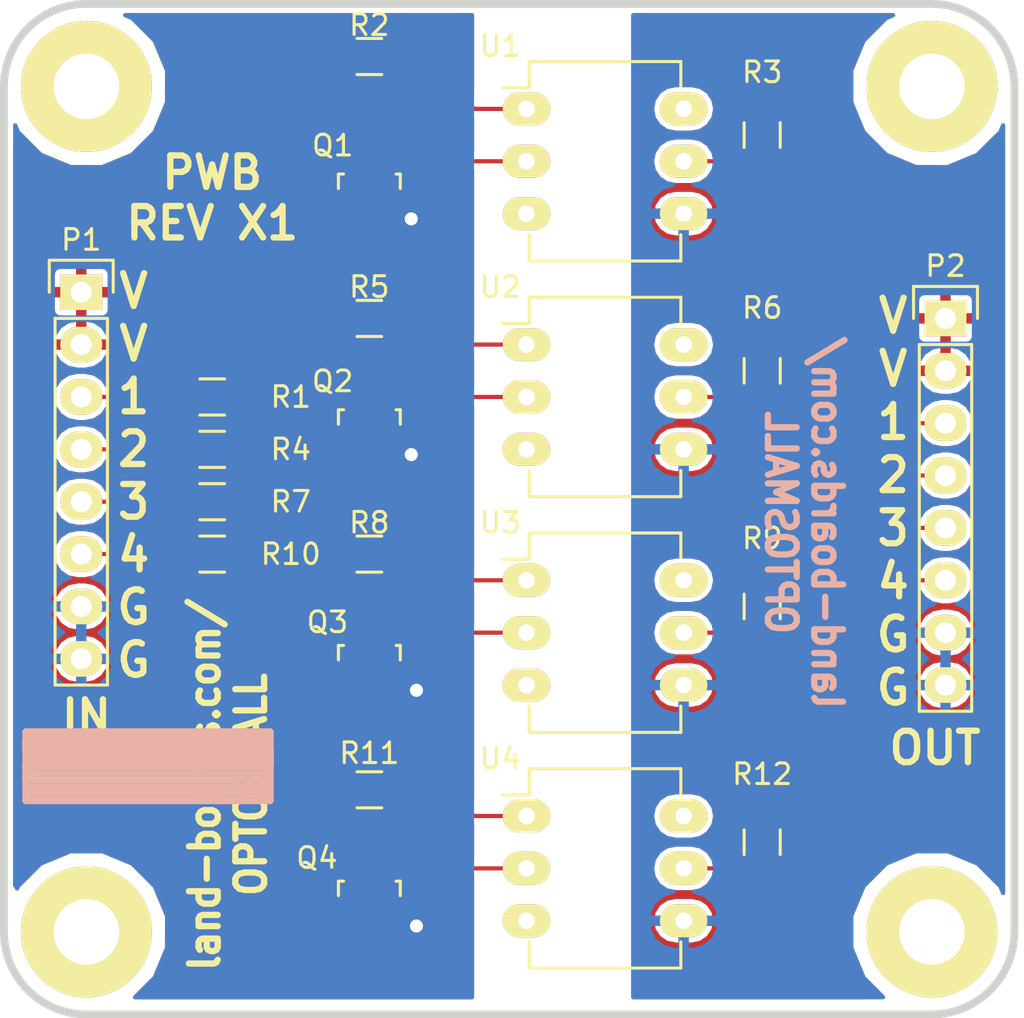
<source format=kicad_pcb>
(kicad_pcb (version 4) (host pcbnew 4.0.5)

  (general
    (links 44)
    (no_connects 0)
    (area 133.770399 71.748801 222.229602 129.222501)
    (thickness 1.6002)
    (drawings 22)
    (tracks 88)
    (zones 0)
    (modules 29)
    (nets 25)
  )

  (page A4)
  (layers
    (0 Front signal)
    (31 Back signal)
    (36 B.SilkS user)
    (37 F.SilkS user)
    (38 B.Mask user)
    (39 F.Mask user)
    (40 Dwgs.User user hide)
    (41 Cmts.User user hide)
    (44 Edge.Cuts user)
  )

  (setup
    (last_trace_width 0.2032)
    (user_trace_width 0.635)
    (trace_clearance 0.254)
    (zone_clearance 0.254)
    (zone_45_only no)
    (trace_min 0.2032)
    (segment_width 0.381)
    (edge_width 0.381)
    (via_size 0.889)
    (via_drill 0.635)
    (via_min_size 0.889)
    (via_min_drill 0.508)
    (uvia_size 0.508)
    (uvia_drill 0.127)
    (uvias_allowed no)
    (uvia_min_size 0.508)
    (uvia_min_drill 0.127)
    (pcb_text_width 0.3048)
    (pcb_text_size 1.524 2.032)
    (mod_edge_width 0.381)
    (mod_text_size 1.27 1.27)
    (mod_text_width 0.254)
    (pad_size 1.6764 1.6764)
    (pad_drill 0.8128)
    (pad_to_mask_clearance 0.254)
    (aux_axis_origin 0 0)
    (visible_elements 7FFFFF7F)
    (pcbplotparams
      (layerselection 0x010f0_80000001)
      (usegerberextensions true)
      (excludeedgelayer true)
      (linewidth 0.150000)
      (plotframeref false)
      (viasonmask false)
      (mode 1)
      (useauxorigin false)
      (hpglpennumber 1)
      (hpglpenspeed 20)
      (hpglpendiameter 15)
      (hpglpenoverlay 0)
      (psnegative false)
      (psa4output false)
      (plotreference true)
      (plotvalue false)
      (plotinvisibletext false)
      (padsonsilk false)
      (subtractmaskfromsilk false)
      (outputformat 1)
      (mirror false)
      (drillshape 0)
      (scaleselection 1)
      (outputdirectory plots/))
  )

  (net 0 "")
  (net 1 /OptoBlk1/VCC1)
  (net 2 /OptoBlk1/IN1)
  (net 3 /OptoBlk1/OUT)
  (net 4 /OptoBlk1/GND1)
  (net 5 /OptoBlk2/IN1)
  (net 6 /OptoBlk3/IN1)
  (net 7 /OptoBlk4/IN1)
  (net 8 /OptoBlk2/OUT)
  (net 9 /OptoBlk3/OUT)
  (net 10 /OptoBlk4/OUT)
  (net 11 /OptoBlk1/VCC2)
  (net 12 /OptoBlk1/GND2)
  (net 13 "Net-(Q1-Pad1)")
  (net 14 "Net-(Q1-Pad3)")
  (net 15 "Net-(Q2-Pad1)")
  (net 16 "Net-(Q2-Pad3)")
  (net 17 "Net-(Q3-Pad1)")
  (net 18 "Net-(Q3-Pad3)")
  (net 19 "Net-(Q4-Pad1)")
  (net 20 "Net-(Q4-Pad3)")
  (net 21 "Net-(R2-Pad2)")
  (net 22 "Net-(R5-Pad2)")
  (net 23 "Net-(R8-Pad2)")
  (net 24 "Net-(R11-Pad2)")

  (net_class Default "This is the default net class."
    (clearance 0.254)
    (trace_width 0.2032)
    (via_dia 0.889)
    (via_drill 0.635)
    (uvia_dia 0.508)
    (uvia_drill 0.127)
    (add_net /OptoBlk1/GND1)
    (add_net /OptoBlk1/GND2)
    (add_net /OptoBlk1/IN1)
    (add_net /OptoBlk1/OUT)
    (add_net /OptoBlk1/VCC1)
    (add_net /OptoBlk1/VCC2)
    (add_net /OptoBlk2/IN1)
    (add_net /OptoBlk2/OUT)
    (add_net /OptoBlk3/IN1)
    (add_net /OptoBlk3/OUT)
    (add_net /OptoBlk4/IN1)
    (add_net /OptoBlk4/OUT)
    (add_net "Net-(Q1-Pad1)")
    (add_net "Net-(Q1-Pad3)")
    (add_net "Net-(Q2-Pad1)")
    (add_net "Net-(Q2-Pad3)")
    (add_net "Net-(Q3-Pad1)")
    (add_net "Net-(Q3-Pad3)")
    (add_net "Net-(Q4-Pad1)")
    (add_net "Net-(Q4-Pad3)")
    (add_net "Net-(R11-Pad2)")
    (add_net "Net-(R2-Pad2)")
    (add_net "Net-(R5-Pad2)")
    (add_net "Net-(R8-Pad2)")
  )

  (module FIDUCIAL (layer Front) (tedit 518BF783) (tstamp 557AF8C2)
    (at 200.406 119.38)
    (path /537A5EE1)
    (fp_text reference FID1 (at 0 2.3495) (layer F.SilkS) hide
      (effects (font (size 1.016 1.016) (thickness 0.2032)))
    )
    (fp_text value ADAFRUIT_FIDUCIAL (at 0.127 -2.794) (layer F.SilkS) hide
      (effects (font (size 1.016 1.016) (thickness 0.2032)))
    )
    (pad 1 smd circle (at 0 0) (size 1 1) (layers Front F.Mask)
      (solder_mask_margin 1) (clearance 1))
  )

  (module FIDUCIAL (layer Front) (tedit 518BF783) (tstamp 557AF8C7)
    (at 165.1 83.312)
    (path /537A5ED2)
    (fp_text reference FID2 (at 0 2.3495) (layer F.SilkS) hide
      (effects (font (size 1.016 1.016) (thickness 0.2032)))
    )
    (fp_text value ADAFRUIT_FIDUCIAL (at 0.127 -2.794) (layer F.SilkS) hide
      (effects (font (size 1.016 1.016) (thickness 0.2032)))
    )
    (pad 1 smd circle (at 0 0) (size 1 1) (layers Front F.Mask)
      (solder_mask_margin 1) (clearance 1))
  )

  (module REV_BLOCK (layer Back) (tedit 50F8397A) (tstamp 557AFABA)
    (at 161.544 116.84)
    (path /537A64A5)
    (fp_text reference ST1 (at 0.508 -3.429) (layer B.SilkS) hide
      (effects (font (thickness 0.3048)) (justify mirror))
    )
    (fp_text value CONN_1 (at 1.143 -5.715) (layer B.SilkS) hide
      (effects (font (thickness 0.3048)) (justify mirror))
    )
    (fp_line (start -5.334 1.27) (end 6.096 1.27) (layer B.SilkS) (width 0.635))
    (fp_line (start 6.096 1.27) (end 6.096 0.635) (layer B.SilkS) (width 0.635))
    (fp_line (start 6.096 0.635) (end -5.334 0.635) (layer B.SilkS) (width 0.635))
    (fp_line (start -5.334 0.635) (end -5.334 0) (layer B.SilkS) (width 0.635))
    (fp_line (start -5.334 0) (end 6.223 0) (layer B.SilkS) (width 0.635))
    (fp_line (start 6.223 0) (end 6.223 -0.635) (layer B.SilkS) (width 0.635))
    (fp_line (start 6.223 -0.635) (end -5.334 -0.635) (layer B.SilkS) (width 0.635))
    (fp_line (start -5.334 -0.635) (end -5.334 -1.143) (layer B.SilkS) (width 0.635))
    (fp_line (start -5.334 -1.143) (end 6.096 -1.143) (layer B.SilkS) (width 0.635))
    (fp_line (start 6.35 1.778) (end -5.461 1.778) (layer B.SilkS) (width 0.381))
    (fp_line (start -5.461 1.778) (end -5.461 -1.524) (layer B.SilkS) (width 0.381))
    (fp_line (start -5.461 -1.524) (end 6.35 -1.524) (layer B.SilkS) (width 0.381))
    (fp_line (start 6.35 -1.524) (end 6.35 1.778) (layer B.SilkS) (width 0.381))
  )

  (module Resistors_SMD:R_0805_HandSoldering (layer Front) (tedit 557B070F) (tstamp 557B0568)
    (at 165.1 99.06)
    (descr "Resistor SMD 0805, hand soldering")
    (tags "resistor 0805")
    (path /557B9C27/557B9EBF)
    (attr smd)
    (fp_text reference R1 (at 3.81 0) (layer F.SilkS)
      (effects (font (size 1 1) (thickness 0.15)))
    )
    (fp_text value 10K (at 0 2.1) (layer F.SilkS) hide
      (effects (font (size 1 1) (thickness 0.15)))
    )
    (fp_line (start -2.4 -1) (end 2.4 -1) (layer F.CrtYd) (width 0.05))
    (fp_line (start -2.4 1) (end 2.4 1) (layer F.CrtYd) (width 0.05))
    (fp_line (start -2.4 -1) (end -2.4 1) (layer F.CrtYd) (width 0.05))
    (fp_line (start 2.4 -1) (end 2.4 1) (layer F.CrtYd) (width 0.05))
    (fp_line (start 0.6 0.875) (end -0.6 0.875) (layer F.SilkS) (width 0.15))
    (fp_line (start -0.6 -0.875) (end 0.6 -0.875) (layer F.SilkS) (width 0.15))
    (pad 1 smd rect (at -1.35 0) (size 1.5 1.3) (layers Front F.Mask)
      (net 2 /OptoBlk1/IN1))
    (pad 2 smd rect (at 1.35 0) (size 1.5 1.3) (layers Front F.Mask)
      (net 13 "Net-(Q1-Pad1)"))
    (model Resistors_SMD.3dshapes/R_0805_HandSoldering.wrl
      (at (xyz 0 0 0))
      (scale (xyz 1 1 1))
      (rotate (xyz 0 0 0))
    )
  )

  (module Resistors_SMD:R_0805_HandSoldering (layer Front) (tedit 557B0ADA) (tstamp 557B0573)
    (at 172.72 82.55)
    (descr "Resistor SMD 0805, hand soldering")
    (tags "resistor 0805")
    (path /557B9C27/557B9EB0)
    (attr smd)
    (fp_text reference R2 (at 0 -1.524) (layer F.SilkS)
      (effects (font (size 1 1) (thickness 0.15)))
    )
    (fp_text value 150 (at 0 2.1) (layer F.SilkS) hide
      (effects (font (size 1 1) (thickness 0.15)))
    )
    (fp_line (start -2.4 -1) (end 2.4 -1) (layer F.CrtYd) (width 0.05))
    (fp_line (start -2.4 1) (end 2.4 1) (layer F.CrtYd) (width 0.05))
    (fp_line (start -2.4 -1) (end -2.4 1) (layer F.CrtYd) (width 0.05))
    (fp_line (start 2.4 -1) (end 2.4 1) (layer F.CrtYd) (width 0.05))
    (fp_line (start 0.6 0.875) (end -0.6 0.875) (layer F.SilkS) (width 0.15))
    (fp_line (start -0.6 -0.875) (end 0.6 -0.875) (layer F.SilkS) (width 0.15))
    (pad 1 smd rect (at -1.35 0) (size 1.5 1.3) (layers Front F.Mask)
      (net 1 /OptoBlk1/VCC1))
    (pad 2 smd rect (at 1.35 0) (size 1.5 1.3) (layers Front F.Mask)
      (net 21 "Net-(R2-Pad2)"))
    (model Resistors_SMD.3dshapes/R_0805_HandSoldering.wrl
      (at (xyz 0 0 0))
      (scale (xyz 1 1 1))
      (rotate (xyz 0 0 0))
    )
  )

  (module Resistors_SMD:R_0805_HandSoldering (layer Front) (tedit 557B3331) (tstamp 557B057E)
    (at 191.77 86.36 90)
    (descr "Resistor SMD 0805, hand soldering")
    (tags "resistor 0805")
    (path /557B9C27/557B9F95)
    (attr smd)
    (fp_text reference R3 (at 3.048 0 180) (layer F.SilkS)
      (effects (font (size 1 1) (thickness 0.15)))
    )
    (fp_text value 1.2K (at 0 2.1 90) (layer F.SilkS) hide
      (effects (font (size 1 1) (thickness 0.15)))
    )
    (fp_line (start -2.4 -1) (end 2.4 -1) (layer F.CrtYd) (width 0.05))
    (fp_line (start -2.4 1) (end 2.4 1) (layer F.CrtYd) (width 0.05))
    (fp_line (start -2.4 -1) (end -2.4 1) (layer F.CrtYd) (width 0.05))
    (fp_line (start 2.4 -1) (end 2.4 1) (layer F.CrtYd) (width 0.05))
    (fp_line (start 0.6 0.875) (end -0.6 0.875) (layer F.SilkS) (width 0.15))
    (fp_line (start -0.6 -0.875) (end 0.6 -0.875) (layer F.SilkS) (width 0.15))
    (pad 1 smd rect (at -1.35 0 90) (size 1.5 1.3) (layers Front F.Mask)
      (net 3 /OptoBlk1/OUT))
    (pad 2 smd rect (at 1.35 0 90) (size 1.5 1.3) (layers Front F.Mask)
      (net 11 /OptoBlk1/VCC2))
    (model Resistors_SMD.3dshapes/R_0805_HandSoldering.wrl
      (at (xyz 0 0 0))
      (scale (xyz 1 1 1))
      (rotate (xyz 0 0 0))
    )
  )

  (module Resistors_SMD:R_0805_HandSoldering (layer Front) (tedit 557B0718) (tstamp 557B0589)
    (at 165.1 101.6)
    (descr "Resistor SMD 0805, hand soldering")
    (tags "resistor 0805")
    (path /557BCF63/557B9EBF)
    (attr smd)
    (fp_text reference R4 (at 3.81 0) (layer F.SilkS)
      (effects (font (size 1 1) (thickness 0.15)))
    )
    (fp_text value 10K (at 0 2.1) (layer F.SilkS) hide
      (effects (font (size 1 1) (thickness 0.15)))
    )
    (fp_line (start -2.4 -1) (end 2.4 -1) (layer F.CrtYd) (width 0.05))
    (fp_line (start -2.4 1) (end 2.4 1) (layer F.CrtYd) (width 0.05))
    (fp_line (start -2.4 -1) (end -2.4 1) (layer F.CrtYd) (width 0.05))
    (fp_line (start 2.4 -1) (end 2.4 1) (layer F.CrtYd) (width 0.05))
    (fp_line (start 0.6 0.875) (end -0.6 0.875) (layer F.SilkS) (width 0.15))
    (fp_line (start -0.6 -0.875) (end 0.6 -0.875) (layer F.SilkS) (width 0.15))
    (pad 1 smd rect (at -1.35 0) (size 1.5 1.3) (layers Front F.Mask)
      (net 5 /OptoBlk2/IN1))
    (pad 2 smd rect (at 1.35 0) (size 1.5 1.3) (layers Front F.Mask)
      (net 15 "Net-(Q2-Pad1)"))
    (model Resistors_SMD.3dshapes/R_0805_HandSoldering.wrl
      (at (xyz 0 0 0))
      (scale (xyz 1 1 1))
      (rotate (xyz 0 0 0))
    )
  )

  (module Resistors_SMD:R_0805_HandSoldering (layer Front) (tedit 557B0AEB) (tstamp 557B0594)
    (at 172.72 95.25)
    (descr "Resistor SMD 0805, hand soldering")
    (tags "resistor 0805")
    (path /557BCF63/557B9EB0)
    (attr smd)
    (fp_text reference R5 (at 0 -1.524) (layer F.SilkS)
      (effects (font (size 1 1) (thickness 0.15)))
    )
    (fp_text value 150 (at 0 2.1) (layer F.SilkS) hide
      (effects (font (size 1 1) (thickness 0.15)))
    )
    (fp_line (start -2.4 -1) (end 2.4 -1) (layer F.CrtYd) (width 0.05))
    (fp_line (start -2.4 1) (end 2.4 1) (layer F.CrtYd) (width 0.05))
    (fp_line (start -2.4 -1) (end -2.4 1) (layer F.CrtYd) (width 0.05))
    (fp_line (start 2.4 -1) (end 2.4 1) (layer F.CrtYd) (width 0.05))
    (fp_line (start 0.6 0.875) (end -0.6 0.875) (layer F.SilkS) (width 0.15))
    (fp_line (start -0.6 -0.875) (end 0.6 -0.875) (layer F.SilkS) (width 0.15))
    (pad 1 smd rect (at -1.35 0) (size 1.5 1.3) (layers Front F.Mask)
      (net 1 /OptoBlk1/VCC1))
    (pad 2 smd rect (at 1.35 0) (size 1.5 1.3) (layers Front F.Mask)
      (net 22 "Net-(R5-Pad2)"))
    (model Resistors_SMD.3dshapes/R_0805_HandSoldering.wrl
      (at (xyz 0 0 0))
      (scale (xyz 1 1 1))
      (rotate (xyz 0 0 0))
    )
  )

  (module Resistors_SMD:R_0805_HandSoldering (layer Front) (tedit 557B3329) (tstamp 557B059F)
    (at 191.77 97.79 90)
    (descr "Resistor SMD 0805, hand soldering")
    (tags "resistor 0805")
    (path /557BCF63/557B9F95)
    (attr smd)
    (fp_text reference R6 (at 3.048 0 180) (layer F.SilkS)
      (effects (font (size 1 1) (thickness 0.15)))
    )
    (fp_text value 1.2K (at 0 2.1 90) (layer F.SilkS) hide
      (effects (font (size 1 1) (thickness 0.15)))
    )
    (fp_line (start -2.4 -1) (end 2.4 -1) (layer F.CrtYd) (width 0.05))
    (fp_line (start -2.4 1) (end 2.4 1) (layer F.CrtYd) (width 0.05))
    (fp_line (start -2.4 -1) (end -2.4 1) (layer F.CrtYd) (width 0.05))
    (fp_line (start 2.4 -1) (end 2.4 1) (layer F.CrtYd) (width 0.05))
    (fp_line (start 0.6 0.875) (end -0.6 0.875) (layer F.SilkS) (width 0.15))
    (fp_line (start -0.6 -0.875) (end 0.6 -0.875) (layer F.SilkS) (width 0.15))
    (pad 1 smd rect (at -1.35 0 90) (size 1.5 1.3) (layers Front F.Mask)
      (net 8 /OptoBlk2/OUT))
    (pad 2 smd rect (at 1.35 0 90) (size 1.5 1.3) (layers Front F.Mask)
      (net 11 /OptoBlk1/VCC2))
    (model Resistors_SMD.3dshapes/R_0805_HandSoldering.wrl
      (at (xyz 0 0 0))
      (scale (xyz 1 1 1))
      (rotate (xyz 0 0 0))
    )
  )

  (module Resistors_SMD:R_0805_HandSoldering (layer Front) (tedit 557B0722) (tstamp 557B05AA)
    (at 165.1 104.14)
    (descr "Resistor SMD 0805, hand soldering")
    (tags "resistor 0805")
    (path /557BD8A1/557B9EBF)
    (attr smd)
    (fp_text reference R7 (at 3.81 0) (layer F.SilkS)
      (effects (font (size 1 1) (thickness 0.15)))
    )
    (fp_text value 10K (at 0 2.1) (layer F.SilkS) hide
      (effects (font (size 1 1) (thickness 0.15)))
    )
    (fp_line (start -2.4 -1) (end 2.4 -1) (layer F.CrtYd) (width 0.05))
    (fp_line (start -2.4 1) (end 2.4 1) (layer F.CrtYd) (width 0.05))
    (fp_line (start -2.4 -1) (end -2.4 1) (layer F.CrtYd) (width 0.05))
    (fp_line (start 2.4 -1) (end 2.4 1) (layer F.CrtYd) (width 0.05))
    (fp_line (start 0.6 0.875) (end -0.6 0.875) (layer F.SilkS) (width 0.15))
    (fp_line (start -0.6 -0.875) (end 0.6 -0.875) (layer F.SilkS) (width 0.15))
    (pad 1 smd rect (at -1.35 0) (size 1.5 1.3) (layers Front F.Mask)
      (net 6 /OptoBlk3/IN1))
    (pad 2 smd rect (at 1.35 0) (size 1.5 1.3) (layers Front F.Mask)
      (net 17 "Net-(Q3-Pad1)"))
    (model Resistors_SMD.3dshapes/R_0805_HandSoldering.wrl
      (at (xyz 0 0 0))
      (scale (xyz 1 1 1))
      (rotate (xyz 0 0 0))
    )
  )

  (module Resistors_SMD:R_0805_HandSoldering (layer Front) (tedit 557B0AF5) (tstamp 557B05B5)
    (at 172.72 106.68)
    (descr "Resistor SMD 0805, hand soldering")
    (tags "resistor 0805")
    (path /557BD8A1/557B9EB0)
    (attr smd)
    (fp_text reference R8 (at 0 -1.524) (layer F.SilkS)
      (effects (font (size 1 1) (thickness 0.15)))
    )
    (fp_text value 150 (at 0 2.1) (layer F.SilkS) hide
      (effects (font (size 1 1) (thickness 0.15)))
    )
    (fp_line (start -2.4 -1) (end 2.4 -1) (layer F.CrtYd) (width 0.05))
    (fp_line (start -2.4 1) (end 2.4 1) (layer F.CrtYd) (width 0.05))
    (fp_line (start -2.4 -1) (end -2.4 1) (layer F.CrtYd) (width 0.05))
    (fp_line (start 2.4 -1) (end 2.4 1) (layer F.CrtYd) (width 0.05))
    (fp_line (start 0.6 0.875) (end -0.6 0.875) (layer F.SilkS) (width 0.15))
    (fp_line (start -0.6 -0.875) (end 0.6 -0.875) (layer F.SilkS) (width 0.15))
    (pad 1 smd rect (at -1.35 0) (size 1.5 1.3) (layers Front F.Mask)
      (net 1 /OptoBlk1/VCC1))
    (pad 2 smd rect (at 1.35 0) (size 1.5 1.3) (layers Front F.Mask)
      (net 23 "Net-(R8-Pad2)"))
    (model Resistors_SMD.3dshapes/R_0805_HandSoldering.wrl
      (at (xyz 0 0 0))
      (scale (xyz 1 1 1))
      (rotate (xyz 0 0 0))
    )
  )

  (module Resistors_SMD:R_0805_HandSoldering (layer Front) (tedit 557B331E) (tstamp 557B05C0)
    (at 191.77 109.22 90)
    (descr "Resistor SMD 0805, hand soldering")
    (tags "resistor 0805")
    (path /557BD8A1/557B9F95)
    (attr smd)
    (fp_text reference R9 (at 3.302 0 180) (layer F.SilkS)
      (effects (font (size 1 1) (thickness 0.15)))
    )
    (fp_text value 1.2K (at 0 2.1 90) (layer F.SilkS) hide
      (effects (font (size 1 1) (thickness 0.15)))
    )
    (fp_line (start -2.4 -1) (end 2.4 -1) (layer F.CrtYd) (width 0.05))
    (fp_line (start -2.4 1) (end 2.4 1) (layer F.CrtYd) (width 0.05))
    (fp_line (start -2.4 -1) (end -2.4 1) (layer F.CrtYd) (width 0.05))
    (fp_line (start 2.4 -1) (end 2.4 1) (layer F.CrtYd) (width 0.05))
    (fp_line (start 0.6 0.875) (end -0.6 0.875) (layer F.SilkS) (width 0.15))
    (fp_line (start -0.6 -0.875) (end 0.6 -0.875) (layer F.SilkS) (width 0.15))
    (pad 1 smd rect (at -1.35 0 90) (size 1.5 1.3) (layers Front F.Mask)
      (net 9 /OptoBlk3/OUT))
    (pad 2 smd rect (at 1.35 0 90) (size 1.5 1.3) (layers Front F.Mask)
      (net 11 /OptoBlk1/VCC2))
    (model Resistors_SMD.3dshapes/R_0805_HandSoldering.wrl
      (at (xyz 0 0 0))
      (scale (xyz 1 1 1))
      (rotate (xyz 0 0 0))
    )
  )

  (module Resistors_SMD:R_0805_HandSoldering (layer Front) (tedit 557B06F4) (tstamp 557B05CB)
    (at 165.1 106.68)
    (descr "Resistor SMD 0805, hand soldering")
    (tags "resistor 0805")
    (path /557BD8A9/557B9EBF)
    (attr smd)
    (fp_text reference R10 (at 3.81 0) (layer F.SilkS)
      (effects (font (size 1 1) (thickness 0.15)))
    )
    (fp_text value 10K (at 0 2.1) (layer F.SilkS) hide
      (effects (font (size 1 1) (thickness 0.15)))
    )
    (fp_line (start -2.4 -1) (end 2.4 -1) (layer F.CrtYd) (width 0.05))
    (fp_line (start -2.4 1) (end 2.4 1) (layer F.CrtYd) (width 0.05))
    (fp_line (start -2.4 -1) (end -2.4 1) (layer F.CrtYd) (width 0.05))
    (fp_line (start 2.4 -1) (end 2.4 1) (layer F.CrtYd) (width 0.05))
    (fp_line (start 0.6 0.875) (end -0.6 0.875) (layer F.SilkS) (width 0.15))
    (fp_line (start -0.6 -0.875) (end 0.6 -0.875) (layer F.SilkS) (width 0.15))
    (pad 1 smd rect (at -1.35 0) (size 1.5 1.3) (layers Front F.Mask)
      (net 7 /OptoBlk4/IN1))
    (pad 2 smd rect (at 1.35 0) (size 1.5 1.3) (layers Front F.Mask)
      (net 19 "Net-(Q4-Pad1)"))
    (model Resistors_SMD.3dshapes/R_0805_HandSoldering.wrl
      (at (xyz 0 0 0))
      (scale (xyz 1 1 1))
      (rotate (xyz 0 0 0))
    )
  )

  (module Resistors_SMD:R_0805_HandSoldering (layer Front) (tedit 557B0B0C) (tstamp 557B05D6)
    (at 172.72 118.11)
    (descr "Resistor SMD 0805, hand soldering")
    (tags "resistor 0805")
    (path /557BD8A9/557B9EB0)
    (attr smd)
    (fp_text reference R11 (at 0 -1.778) (layer F.SilkS)
      (effects (font (size 1 1) (thickness 0.15)))
    )
    (fp_text value 150 (at 0 2.1) (layer F.SilkS) hide
      (effects (font (size 1 1) (thickness 0.15)))
    )
    (fp_line (start -2.4 -1) (end 2.4 -1) (layer F.CrtYd) (width 0.05))
    (fp_line (start -2.4 1) (end 2.4 1) (layer F.CrtYd) (width 0.05))
    (fp_line (start -2.4 -1) (end -2.4 1) (layer F.CrtYd) (width 0.05))
    (fp_line (start 2.4 -1) (end 2.4 1) (layer F.CrtYd) (width 0.05))
    (fp_line (start 0.6 0.875) (end -0.6 0.875) (layer F.SilkS) (width 0.15))
    (fp_line (start -0.6 -0.875) (end 0.6 -0.875) (layer F.SilkS) (width 0.15))
    (pad 1 smd rect (at -1.35 0) (size 1.5 1.3) (layers Front F.Mask)
      (net 1 /OptoBlk1/VCC1))
    (pad 2 smd rect (at 1.35 0) (size 1.5 1.3) (layers Front F.Mask)
      (net 24 "Net-(R11-Pad2)"))
    (model Resistors_SMD.3dshapes/R_0805_HandSoldering.wrl
      (at (xyz 0 0 0))
      (scale (xyz 1 1 1))
      (rotate (xyz 0 0 0))
    )
  )

  (module Resistors_SMD:R_0805_HandSoldering (layer Front) (tedit 557B3314) (tstamp 557B05E1)
    (at 191.77 120.65 90)
    (descr "Resistor SMD 0805, hand soldering")
    (tags "resistor 0805")
    (path /557BD8A9/557B9F95)
    (attr smd)
    (fp_text reference R12 (at 3.302 0 180) (layer F.SilkS)
      (effects (font (size 1 1) (thickness 0.15)))
    )
    (fp_text value 1.2K (at 0 2.1 90) (layer F.SilkS) hide
      (effects (font (size 1 1) (thickness 0.15)))
    )
    (fp_line (start -2.4 -1) (end 2.4 -1) (layer F.CrtYd) (width 0.05))
    (fp_line (start -2.4 1) (end 2.4 1) (layer F.CrtYd) (width 0.05))
    (fp_line (start -2.4 -1) (end -2.4 1) (layer F.CrtYd) (width 0.05))
    (fp_line (start 2.4 -1) (end 2.4 1) (layer F.CrtYd) (width 0.05))
    (fp_line (start 0.6 0.875) (end -0.6 0.875) (layer F.SilkS) (width 0.15))
    (fp_line (start -0.6 -0.875) (end 0.6 -0.875) (layer F.SilkS) (width 0.15))
    (pad 1 smd rect (at -1.35 0 90) (size 1.5 1.3) (layers Front F.Mask)
      (net 10 /OptoBlk4/OUT))
    (pad 2 smd rect (at 1.35 0 90) (size 1.5 1.3) (layers Front F.Mask)
      (net 11 /OptoBlk1/VCC2))
    (model Resistors_SMD.3dshapes/R_0805_HandSoldering.wrl
      (at (xyz 0 0 0))
      (scale (xyz 1 1 1))
      (rotate (xyz 0 0 0))
    )
  )

  (module Housings_DIP:DIP-6_W7.62mm_LongPads (layer Front) (tedit 557B0961) (tstamp 557B0684)
    (at 180.34 85.09)
    (descr "6-lead dip package, row spacing 7.62 mm (300 mils), longer pads")
    (tags "dil dip 2.54 300")
    (path /557B9C27/557B9EA9)
    (fp_text reference U1 (at -1.27 -3.048) (layer F.SilkS)
      (effects (font (size 1 1) (thickness 0.15)))
    )
    (fp_text value 4N26 (at 0 -3.72) (layer F.SilkS) hide
      (effects (font (size 1 1) (thickness 0.15)))
    )
    (fp_line (start -1.4 -2.45) (end -1.4 7.55) (layer F.CrtYd) (width 0.05))
    (fp_line (start 9 -2.45) (end 9 7.55) (layer F.CrtYd) (width 0.05))
    (fp_line (start -1.4 -2.45) (end 9 -2.45) (layer F.CrtYd) (width 0.05))
    (fp_line (start -1.4 7.55) (end 9 7.55) (layer F.CrtYd) (width 0.05))
    (fp_line (start 0.135 -2.295) (end 0.135 -1.025) (layer F.SilkS) (width 0.15))
    (fp_line (start 7.485 -2.295) (end 7.485 -1.025) (layer F.SilkS) (width 0.15))
    (fp_line (start 7.485 7.375) (end 7.485 6.105) (layer F.SilkS) (width 0.15))
    (fp_line (start 0.135 7.375) (end 0.135 6.105) (layer F.SilkS) (width 0.15))
    (fp_line (start 0.135 -2.295) (end 7.485 -2.295) (layer F.SilkS) (width 0.15))
    (fp_line (start 0.135 7.375) (end 7.485 7.375) (layer F.SilkS) (width 0.15))
    (fp_line (start 0.135 -1.025) (end -1.15 -1.025) (layer F.SilkS) (width 0.15))
    (pad 1 thru_hole oval (at 0 0) (size 2.3 1.6) (drill 0.8) (layers *.Cu *.Mask F.SilkS)
      (net 21 "Net-(R2-Pad2)"))
    (pad 2 thru_hole oval (at 0 2.54) (size 2.3 1.6) (drill 0.8) (layers *.Cu *.Mask F.SilkS)
      (net 14 "Net-(Q1-Pad3)"))
    (pad 3 thru_hole oval (at 0 5.08) (size 2.3 1.6) (drill 0.8) (layers *.Cu *.Mask F.SilkS))
    (pad 4 thru_hole oval (at 7.62 5.08) (size 2.3 1.6) (drill 0.8) (layers *.Cu *.Mask F.SilkS)
      (net 12 /OptoBlk1/GND2))
    (pad 5 thru_hole oval (at 7.62 2.54) (size 2.3 1.6) (drill 0.8) (layers *.Cu *.Mask F.SilkS)
      (net 3 /OptoBlk1/OUT))
    (pad 6 thru_hole oval (at 7.62 0) (size 2.3 1.6) (drill 0.8) (layers *.Cu *.Mask F.SilkS))
    (model Housings_DIP.3dshapes/DIP-6_W7.62mm_LongPads.wrl
      (at (xyz 0 0 0))
      (scale (xyz 1 1 1))
      (rotate (xyz 0 0 0))
    )
  )

  (module Housings_DIP:DIP-6_W7.62mm_LongPads (layer Front) (tedit 557B0969) (tstamp 557B0699)
    (at 180.34 96.52)
    (descr "6-lead dip package, row spacing 7.62 mm (300 mils), longer pads")
    (tags "dil dip 2.54 300")
    (path /557BCF63/557B9EA9)
    (fp_text reference U2 (at -1.27 -2.794) (layer F.SilkS)
      (effects (font (size 1 1) (thickness 0.15)))
    )
    (fp_text value 4N26 (at 0 -3.72) (layer F.SilkS) hide
      (effects (font (size 1 1) (thickness 0.15)))
    )
    (fp_line (start -1.4 -2.45) (end -1.4 7.55) (layer F.CrtYd) (width 0.05))
    (fp_line (start 9 -2.45) (end 9 7.55) (layer F.CrtYd) (width 0.05))
    (fp_line (start -1.4 -2.45) (end 9 -2.45) (layer F.CrtYd) (width 0.05))
    (fp_line (start -1.4 7.55) (end 9 7.55) (layer F.CrtYd) (width 0.05))
    (fp_line (start 0.135 -2.295) (end 0.135 -1.025) (layer F.SilkS) (width 0.15))
    (fp_line (start 7.485 -2.295) (end 7.485 -1.025) (layer F.SilkS) (width 0.15))
    (fp_line (start 7.485 7.375) (end 7.485 6.105) (layer F.SilkS) (width 0.15))
    (fp_line (start 0.135 7.375) (end 0.135 6.105) (layer F.SilkS) (width 0.15))
    (fp_line (start 0.135 -2.295) (end 7.485 -2.295) (layer F.SilkS) (width 0.15))
    (fp_line (start 0.135 7.375) (end 7.485 7.375) (layer F.SilkS) (width 0.15))
    (fp_line (start 0.135 -1.025) (end -1.15 -1.025) (layer F.SilkS) (width 0.15))
    (pad 1 thru_hole oval (at 0 0) (size 2.3 1.6) (drill 0.8) (layers *.Cu *.Mask F.SilkS)
      (net 22 "Net-(R5-Pad2)"))
    (pad 2 thru_hole oval (at 0 2.54) (size 2.3 1.6) (drill 0.8) (layers *.Cu *.Mask F.SilkS)
      (net 16 "Net-(Q2-Pad3)"))
    (pad 3 thru_hole oval (at 0 5.08) (size 2.3 1.6) (drill 0.8) (layers *.Cu *.Mask F.SilkS))
    (pad 4 thru_hole oval (at 7.62 5.08) (size 2.3 1.6) (drill 0.8) (layers *.Cu *.Mask F.SilkS)
      (net 12 /OptoBlk1/GND2))
    (pad 5 thru_hole oval (at 7.62 2.54) (size 2.3 1.6) (drill 0.8) (layers *.Cu *.Mask F.SilkS)
      (net 8 /OptoBlk2/OUT))
    (pad 6 thru_hole oval (at 7.62 0) (size 2.3 1.6) (drill 0.8) (layers *.Cu *.Mask F.SilkS))
    (model Housings_DIP.3dshapes/DIP-6_W7.62mm_LongPads.wrl
      (at (xyz 0 0 0))
      (scale (xyz 1 1 1))
      (rotate (xyz 0 0 0))
    )
  )

  (module Housings_DIP:DIP-6_W7.62mm_LongPads (layer Front) (tedit 557B0971) (tstamp 557B06AE)
    (at 180.34 107.95)
    (descr "6-lead dip package, row spacing 7.62 mm (300 mils), longer pads")
    (tags "dil dip 2.54 300")
    (path /557BD8A1/557B9EA9)
    (fp_text reference U3 (at -1.27 -2.794) (layer F.SilkS)
      (effects (font (size 1 1) (thickness 0.15)))
    )
    (fp_text value 4N26 (at 0 -3.72) (layer F.SilkS) hide
      (effects (font (size 1 1) (thickness 0.15)))
    )
    (fp_line (start -1.4 -2.45) (end -1.4 7.55) (layer F.CrtYd) (width 0.05))
    (fp_line (start 9 -2.45) (end 9 7.55) (layer F.CrtYd) (width 0.05))
    (fp_line (start -1.4 -2.45) (end 9 -2.45) (layer F.CrtYd) (width 0.05))
    (fp_line (start -1.4 7.55) (end 9 7.55) (layer F.CrtYd) (width 0.05))
    (fp_line (start 0.135 -2.295) (end 0.135 -1.025) (layer F.SilkS) (width 0.15))
    (fp_line (start 7.485 -2.295) (end 7.485 -1.025) (layer F.SilkS) (width 0.15))
    (fp_line (start 7.485 7.375) (end 7.485 6.105) (layer F.SilkS) (width 0.15))
    (fp_line (start 0.135 7.375) (end 0.135 6.105) (layer F.SilkS) (width 0.15))
    (fp_line (start 0.135 -2.295) (end 7.485 -2.295) (layer F.SilkS) (width 0.15))
    (fp_line (start 0.135 7.375) (end 7.485 7.375) (layer F.SilkS) (width 0.15))
    (fp_line (start 0.135 -1.025) (end -1.15 -1.025) (layer F.SilkS) (width 0.15))
    (pad 1 thru_hole oval (at 0 0) (size 2.3 1.6) (drill 0.8) (layers *.Cu *.Mask F.SilkS)
      (net 23 "Net-(R8-Pad2)"))
    (pad 2 thru_hole oval (at 0 2.54) (size 2.3 1.6) (drill 0.8) (layers *.Cu *.Mask F.SilkS)
      (net 18 "Net-(Q3-Pad3)"))
    (pad 3 thru_hole oval (at 0 5.08) (size 2.3 1.6) (drill 0.8) (layers *.Cu *.Mask F.SilkS))
    (pad 4 thru_hole oval (at 7.62 5.08) (size 2.3 1.6) (drill 0.8) (layers *.Cu *.Mask F.SilkS)
      (net 12 /OptoBlk1/GND2))
    (pad 5 thru_hole oval (at 7.62 2.54) (size 2.3 1.6) (drill 0.8) (layers *.Cu *.Mask F.SilkS)
      (net 9 /OptoBlk3/OUT))
    (pad 6 thru_hole oval (at 7.62 0) (size 2.3 1.6) (drill 0.8) (layers *.Cu *.Mask F.SilkS))
    (model Housings_DIP.3dshapes/DIP-6_W7.62mm_LongPads.wrl
      (at (xyz 0 0 0))
      (scale (xyz 1 1 1))
      (rotate (xyz 0 0 0))
    )
  )

  (module Housings_DIP:DIP-6_W7.62mm_LongPads (layer Front) (tedit 557B0978) (tstamp 557B06C3)
    (at 180.34 119.38)
    (descr "6-lead dip package, row spacing 7.62 mm (300 mils), longer pads")
    (tags "dil dip 2.54 300")
    (path /557BD8A9/557B9EA9)
    (fp_text reference U4 (at -1.27 -2.794) (layer F.SilkS)
      (effects (font (size 1 1) (thickness 0.15)))
    )
    (fp_text value 4N26 (at 0 -3.72) (layer F.SilkS) hide
      (effects (font (size 1 1) (thickness 0.15)))
    )
    (fp_line (start -1.4 -2.45) (end -1.4 7.55) (layer F.CrtYd) (width 0.05))
    (fp_line (start 9 -2.45) (end 9 7.55) (layer F.CrtYd) (width 0.05))
    (fp_line (start -1.4 -2.45) (end 9 -2.45) (layer F.CrtYd) (width 0.05))
    (fp_line (start -1.4 7.55) (end 9 7.55) (layer F.CrtYd) (width 0.05))
    (fp_line (start 0.135 -2.295) (end 0.135 -1.025) (layer F.SilkS) (width 0.15))
    (fp_line (start 7.485 -2.295) (end 7.485 -1.025) (layer F.SilkS) (width 0.15))
    (fp_line (start 7.485 7.375) (end 7.485 6.105) (layer F.SilkS) (width 0.15))
    (fp_line (start 0.135 7.375) (end 0.135 6.105) (layer F.SilkS) (width 0.15))
    (fp_line (start 0.135 -2.295) (end 7.485 -2.295) (layer F.SilkS) (width 0.15))
    (fp_line (start 0.135 7.375) (end 7.485 7.375) (layer F.SilkS) (width 0.15))
    (fp_line (start 0.135 -1.025) (end -1.15 -1.025) (layer F.SilkS) (width 0.15))
    (pad 1 thru_hole oval (at 0 0) (size 2.3 1.6) (drill 0.8) (layers *.Cu *.Mask F.SilkS)
      (net 24 "Net-(R11-Pad2)"))
    (pad 2 thru_hole oval (at 0 2.54) (size 2.3 1.6) (drill 0.8) (layers *.Cu *.Mask F.SilkS)
      (net 20 "Net-(Q4-Pad3)"))
    (pad 3 thru_hole oval (at 0 5.08) (size 2.3 1.6) (drill 0.8) (layers *.Cu *.Mask F.SilkS))
    (pad 4 thru_hole oval (at 7.62 5.08) (size 2.3 1.6) (drill 0.8) (layers *.Cu *.Mask F.SilkS)
      (net 12 /OptoBlk1/GND2))
    (pad 5 thru_hole oval (at 7.62 2.54) (size 2.3 1.6) (drill 0.8) (layers *.Cu *.Mask F.SilkS)
      (net 10 /OptoBlk4/OUT))
    (pad 6 thru_hole oval (at 7.62 0) (size 2.3 1.6) (drill 0.8) (layers *.Cu *.Mask F.SilkS))
    (model Housings_DIP.3dshapes/DIP-6_W7.62mm_LongPads.wrl
      (at (xyz 0 0 0))
      (scale (xyz 1 1 1))
      (rotate (xyz 0 0 0))
    )
  )

  (module Housings_SOT-23_SOT-143_TSOT-6:SOT-23_Handsoldering (layer Front) (tedit 557B0ADF) (tstamp 557B07F4)
    (at 172.72 88.9)
    (descr "SOT-23, Handsoldering")
    (tags SOT-23)
    (path /557B9C27/557F6DD0)
    (attr smd)
    (fp_text reference Q1 (at -1.778 -2.032) (layer F.SilkS)
      (effects (font (size 1 1) (thickness 0.15)))
    )
    (fp_text value 2N3904 (at 0 3.81) (layer F.SilkS) hide
      (effects (font (size 1 1) (thickness 0.15)))
    )
    (fp_line (start -1.49982 0.0508) (end -1.49982 -0.65024) (layer F.SilkS) (width 0.15))
    (fp_line (start -1.49982 -0.65024) (end -1.2509 -0.65024) (layer F.SilkS) (width 0.15))
    (fp_line (start 1.29916 -0.65024) (end 1.49982 -0.65024) (layer F.SilkS) (width 0.15))
    (fp_line (start 1.49982 -0.65024) (end 1.49982 0.0508) (layer F.SilkS) (width 0.15))
    (pad 1 smd rect (at -0.95 1.50114) (size 0.8001 1.80086) (layers Front F.Mask)
      (net 13 "Net-(Q1-Pad1)"))
    (pad 2 smd rect (at 0.95 1.50114) (size 0.8001 1.80086) (layers Front F.Mask)
      (net 4 /OptoBlk1/GND1))
    (pad 3 smd rect (at 0 -1.50114) (size 0.8001 1.80086) (layers Front F.Mask)
      (net 14 "Net-(Q1-Pad3)"))
    (model Housings_SOT-23_SOT-143_TSOT-6.3dshapes/SOT-23_Handsoldering.wrl
      (at (xyz 0 0 0))
      (scale (xyz 1 1 1))
      (rotate (xyz 0 0 0))
    )
  )

  (module Housings_SOT-23_SOT-143_TSOT-6:SOT-23_Handsoldering (layer Front) (tedit 557B0AF0) (tstamp 557B07FE)
    (at 172.72 100.33)
    (descr "SOT-23, Handsoldering")
    (tags SOT-23)
    (path /557BCF63/557F6DD0)
    (attr smd)
    (fp_text reference Q2 (at -1.778 -2.032) (layer F.SilkS)
      (effects (font (size 1 1) (thickness 0.15)))
    )
    (fp_text value 2N3904 (at 0 3.81) (layer F.SilkS) hide
      (effects (font (size 1 1) (thickness 0.15)))
    )
    (fp_line (start -1.49982 0.0508) (end -1.49982 -0.65024) (layer F.SilkS) (width 0.15))
    (fp_line (start -1.49982 -0.65024) (end -1.2509 -0.65024) (layer F.SilkS) (width 0.15))
    (fp_line (start 1.29916 -0.65024) (end 1.49982 -0.65024) (layer F.SilkS) (width 0.15))
    (fp_line (start 1.49982 -0.65024) (end 1.49982 0.0508) (layer F.SilkS) (width 0.15))
    (pad 1 smd rect (at -0.95 1.50114) (size 0.8001 1.80086) (layers Front F.Mask)
      (net 15 "Net-(Q2-Pad1)"))
    (pad 2 smd rect (at 0.95 1.50114) (size 0.8001 1.80086) (layers Front F.Mask)
      (net 4 /OptoBlk1/GND1))
    (pad 3 smd rect (at 0 -1.50114) (size 0.8001 1.80086) (layers Front F.Mask)
      (net 16 "Net-(Q2-Pad3)"))
    (model Housings_SOT-23_SOT-143_TSOT-6.3dshapes/SOT-23_Handsoldering.wrl
      (at (xyz 0 0 0))
      (scale (xyz 1 1 1))
      (rotate (xyz 0 0 0))
    )
  )

  (module Housings_SOT-23_SOT-143_TSOT-6:SOT-23_Handsoldering (layer Front) (tedit 557B0AF9) (tstamp 557B0808)
    (at 172.72 111.76)
    (descr "SOT-23, Handsoldering")
    (tags SOT-23)
    (path /557BD8A1/557F6DD0)
    (attr smd)
    (fp_text reference Q3 (at -2.032 -1.778) (layer F.SilkS)
      (effects (font (size 1 1) (thickness 0.15)))
    )
    (fp_text value 2N3904 (at 0 3.81) (layer F.SilkS) hide
      (effects (font (size 1 1) (thickness 0.15)))
    )
    (fp_line (start -1.49982 0.0508) (end -1.49982 -0.65024) (layer F.SilkS) (width 0.15))
    (fp_line (start -1.49982 -0.65024) (end -1.2509 -0.65024) (layer F.SilkS) (width 0.15))
    (fp_line (start 1.29916 -0.65024) (end 1.49982 -0.65024) (layer F.SilkS) (width 0.15))
    (fp_line (start 1.49982 -0.65024) (end 1.49982 0.0508) (layer F.SilkS) (width 0.15))
    (pad 1 smd rect (at -0.95 1.50114) (size 0.8001 1.80086) (layers Front F.Mask)
      (net 17 "Net-(Q3-Pad1)"))
    (pad 2 smd rect (at 0.95 1.50114) (size 0.8001 1.80086) (layers Front F.Mask)
      (net 4 /OptoBlk1/GND1))
    (pad 3 smd rect (at 0 -1.50114) (size 0.8001 1.80086) (layers Front F.Mask)
      (net 18 "Net-(Q3-Pad3)"))
    (model Housings_SOT-23_SOT-143_TSOT-6.3dshapes/SOT-23_Handsoldering.wrl
      (at (xyz 0 0 0))
      (scale (xyz 1 1 1))
      (rotate (xyz 0 0 0))
    )
  )

  (module Housings_SOT-23_SOT-143_TSOT-6:SOT-23_Handsoldering (layer Front) (tedit 557B0B15) (tstamp 557B0812)
    (at 172.72 123.19)
    (descr "SOT-23, Handsoldering")
    (tags SOT-23)
    (path /557BD8A9/557F6DD0)
    (attr smd)
    (fp_text reference Q4 (at -2.54 -1.778) (layer F.SilkS)
      (effects (font (size 1 1) (thickness 0.15)))
    )
    (fp_text value 2N3904 (at 0 3.81) (layer F.SilkS) hide
      (effects (font (size 1 1) (thickness 0.15)))
    )
    (fp_line (start -1.49982 0.0508) (end -1.49982 -0.65024) (layer F.SilkS) (width 0.15))
    (fp_line (start -1.49982 -0.65024) (end -1.2509 -0.65024) (layer F.SilkS) (width 0.15))
    (fp_line (start 1.29916 -0.65024) (end 1.49982 -0.65024) (layer F.SilkS) (width 0.15))
    (fp_line (start 1.49982 -0.65024) (end 1.49982 0.0508) (layer F.SilkS) (width 0.15))
    (pad 1 smd rect (at -0.95 1.50114) (size 0.8001 1.80086) (layers Front F.Mask)
      (net 19 "Net-(Q4-Pad1)"))
    (pad 2 smd rect (at 0.95 1.50114) (size 0.8001 1.80086) (layers Front F.Mask)
      (net 4 /OptoBlk1/GND1))
    (pad 3 smd rect (at 0 -1.50114) (size 0.8001 1.80086) (layers Front F.Mask)
      (net 20 "Net-(Q4-Pad3)"))
    (model Housings_SOT-23_SOT-143_TSOT-6.3dshapes/SOT-23_Handsoldering.wrl
      (at (xyz 0 0 0))
      (scale (xyz 1 1 1))
      (rotate (xyz 0 0 0))
    )
  )

  (module Pin_Headers:Pin_Header_Straight_1x08 (layer Front) (tedit 557B0A32) (tstamp 557B0B22)
    (at 158.75 93.98)
    (descr "Through hole pin header")
    (tags "pin header")
    (path /557EBB19)
    (fp_text reference P1 (at 0 -2.54) (layer F.SilkS)
      (effects (font (size 1 1) (thickness 0.15)))
    )
    (fp_text value CONN_01X08 (at 0 -3.1) (layer F.SilkS) hide
      (effects (font (size 1 1) (thickness 0.15)))
    )
    (fp_line (start -1.75 -1.75) (end -1.75 19.55) (layer F.CrtYd) (width 0.05))
    (fp_line (start 1.75 -1.75) (end 1.75 19.55) (layer F.CrtYd) (width 0.05))
    (fp_line (start -1.75 -1.75) (end 1.75 -1.75) (layer F.CrtYd) (width 0.05))
    (fp_line (start -1.75 19.55) (end 1.75 19.55) (layer F.CrtYd) (width 0.05))
    (fp_line (start 1.27 1.27) (end 1.27 19.05) (layer F.SilkS) (width 0.15))
    (fp_line (start 1.27 19.05) (end -1.27 19.05) (layer F.SilkS) (width 0.15))
    (fp_line (start -1.27 19.05) (end -1.27 1.27) (layer F.SilkS) (width 0.15))
    (fp_line (start 1.55 -1.55) (end 1.55 0) (layer F.SilkS) (width 0.15))
    (fp_line (start 1.27 1.27) (end -1.27 1.27) (layer F.SilkS) (width 0.15))
    (fp_line (start -1.55 0) (end -1.55 -1.55) (layer F.SilkS) (width 0.15))
    (fp_line (start -1.55 -1.55) (end 1.55 -1.55) (layer F.SilkS) (width 0.15))
    (pad 1 thru_hole rect (at 0 0) (size 2.032 1.7272) (drill 1.016) (layers *.Cu *.Mask F.SilkS)
      (net 1 /OptoBlk1/VCC1))
    (pad 2 thru_hole oval (at 0 2.54) (size 2.032 1.7272) (drill 1.016) (layers *.Cu *.Mask F.SilkS)
      (net 1 /OptoBlk1/VCC1))
    (pad 3 thru_hole oval (at 0 5.08) (size 2.032 1.7272) (drill 1.016) (layers *.Cu *.Mask F.SilkS)
      (net 2 /OptoBlk1/IN1))
    (pad 4 thru_hole oval (at 0 7.62) (size 2.032 1.7272) (drill 1.016) (layers *.Cu *.Mask F.SilkS)
      (net 5 /OptoBlk2/IN1))
    (pad 5 thru_hole oval (at 0 10.16) (size 2.032 1.7272) (drill 1.016) (layers *.Cu *.Mask F.SilkS)
      (net 6 /OptoBlk3/IN1))
    (pad 6 thru_hole oval (at 0 12.7) (size 2.032 1.7272) (drill 1.016) (layers *.Cu *.Mask F.SilkS)
      (net 7 /OptoBlk4/IN1))
    (pad 7 thru_hole oval (at 0 15.24) (size 2.032 1.7272) (drill 1.016) (layers *.Cu *.Mask F.SilkS)
      (net 4 /OptoBlk1/GND1))
    (pad 8 thru_hole oval (at 0 17.78) (size 2.032 1.7272) (drill 1.016) (layers *.Cu *.Mask F.SilkS)
      (net 4 /OptoBlk1/GND1))
    (model Pin_Headers.3dshapes/Pin_Header_Straight_1x08.wrl
      (at (xyz 0 -0.35 0))
      (scale (xyz 1 1 1))
      (rotate (xyz 0 0 90))
    )
  )

  (module Pin_Headers:Pin_Header_Straight_1x08 (layer Front) (tedit 557B0A45) (tstamp 557B0B38)
    (at 200.66 95.25)
    (descr "Through hole pin header")
    (tags "pin header")
    (path /557EC371)
    (fp_text reference P2 (at 0 -2.54) (layer F.SilkS)
      (effects (font (size 1 1) (thickness 0.15)))
    )
    (fp_text value CONN_01X08 (at 0 -3.1) (layer F.SilkS) hide
      (effects (font (size 1 1) (thickness 0.15)))
    )
    (fp_line (start -1.75 -1.75) (end -1.75 19.55) (layer F.CrtYd) (width 0.05))
    (fp_line (start 1.75 -1.75) (end 1.75 19.55) (layer F.CrtYd) (width 0.05))
    (fp_line (start -1.75 -1.75) (end 1.75 -1.75) (layer F.CrtYd) (width 0.05))
    (fp_line (start -1.75 19.55) (end 1.75 19.55) (layer F.CrtYd) (width 0.05))
    (fp_line (start 1.27 1.27) (end 1.27 19.05) (layer F.SilkS) (width 0.15))
    (fp_line (start 1.27 19.05) (end -1.27 19.05) (layer F.SilkS) (width 0.15))
    (fp_line (start -1.27 19.05) (end -1.27 1.27) (layer F.SilkS) (width 0.15))
    (fp_line (start 1.55 -1.55) (end 1.55 0) (layer F.SilkS) (width 0.15))
    (fp_line (start 1.27 1.27) (end -1.27 1.27) (layer F.SilkS) (width 0.15))
    (fp_line (start -1.55 0) (end -1.55 -1.55) (layer F.SilkS) (width 0.15))
    (fp_line (start -1.55 -1.55) (end 1.55 -1.55) (layer F.SilkS) (width 0.15))
    (pad 1 thru_hole rect (at 0 0) (size 2.032 1.7272) (drill 1.016) (layers *.Cu *.Mask F.SilkS)
      (net 11 /OptoBlk1/VCC2))
    (pad 2 thru_hole oval (at 0 2.54) (size 2.032 1.7272) (drill 1.016) (layers *.Cu *.Mask F.SilkS)
      (net 11 /OptoBlk1/VCC2))
    (pad 3 thru_hole oval (at 0 5.08) (size 2.032 1.7272) (drill 1.016) (layers *.Cu *.Mask F.SilkS)
      (net 3 /OptoBlk1/OUT))
    (pad 4 thru_hole oval (at 0 7.62) (size 2.032 1.7272) (drill 1.016) (layers *.Cu *.Mask F.SilkS)
      (net 8 /OptoBlk2/OUT))
    (pad 5 thru_hole oval (at 0 10.16) (size 2.032 1.7272) (drill 1.016) (layers *.Cu *.Mask F.SilkS)
      (net 9 /OptoBlk3/OUT))
    (pad 6 thru_hole oval (at 0 12.7) (size 2.032 1.7272) (drill 1.016) (layers *.Cu *.Mask F.SilkS)
      (net 10 /OptoBlk4/OUT))
    (pad 7 thru_hole oval (at 0 15.24) (size 2.032 1.7272) (drill 1.016) (layers *.Cu *.Mask F.SilkS)
      (net 12 /OptoBlk1/GND2))
    (pad 8 thru_hole oval (at 0 17.78) (size 2.032 1.7272) (drill 1.016) (layers *.Cu *.Mask F.SilkS)
      (net 12 /OptoBlk1/GND2))
    (model Pin_Headers.3dshapes/Pin_Header_Straight_1x08.wrl
      (at (xyz 0 -0.35 0))
      (scale (xyz 1 1 1))
      (rotate (xyz 0 0 90))
    )
  )

  (module MTG-4-40 (layer Front) (tedit 53F3AE25) (tstamp 557B0E94)
    (at 159 84)
    (path /537A5CA4)
    (clearance 0.635)
    (fp_text reference MTG1 (at -6.858 -0.635) (layer F.SilkS) hide
      (effects (font (thickness 0.3048)))
    )
    (fp_text value MTG_HOLE (at 0 -5.08) (layer F.SilkS) hide
      (effects (font (thickness 0.3048)))
    )
    (pad 1 thru_hole circle (at 0 0) (size 6.35 6.35) (drill 3.175) (layers *.Cu *.Mask F.SilkS))
  )

  (module MTG-4-40 (layer Front) (tedit 53F3AE25) (tstamp 557B0E98)
    (at 200 84)
    (path /538F7580)
    (clearance 0.635)
    (fp_text reference MTG3 (at -6.858 -0.635) (layer F.SilkS) hide
      (effects (font (thickness 0.3048)))
    )
    (fp_text value MTG_HOLE (at 0 -5.08) (layer F.SilkS) hide
      (effects (font (thickness 0.3048)))
    )
    (pad 1 thru_hole circle (at 0 0) (size 6.35 6.35) (drill 3.175) (layers *.Cu *.Mask F.SilkS))
  )

  (module MTG-4-40 (layer Front) (tedit 53F3AE25) (tstamp 557B0E9C)
    (at 159 125)
    (path /538F757A)
    (clearance 0.635)
    (fp_text reference MTG2 (at -6.858 -0.635) (layer F.SilkS) hide
      (effects (font (thickness 0.3048)))
    )
    (fp_text value MTG_HOLE (at 0 -5.08) (layer F.SilkS) hide
      (effects (font (thickness 0.3048)))
    )
    (pad 1 thru_hole circle (at 0 0) (size 6.35 6.35) (drill 3.175) (layers *.Cu *.Mask F.SilkS))
  )

  (module MTG-4-40 (layer Front) (tedit 53F3AE25) (tstamp 557B0EA0)
    (at 200 125)
    (path /538F7586)
    (clearance 0.635)
    (fp_text reference MTG4 (at -6.858 -0.635) (layer F.SilkS) hide
      (effects (font (thickness 0.3048)))
    )
    (fp_text value MTG_HOLE (at 0 -5.08) (layer F.SilkS) hide
      (effects (font (thickness 0.3048)))
    )
    (pad 1 thru_hole circle (at 0 0) (size 6.35 6.35) (drill 3.175) (layers *.Cu *.Mask F.SilkS))
  )

  (gr_text OUT (at 200.152 116.078) (layer F.SilkS)
    (effects (font (thickness 0.3048)))
  )
  (gr_text IN (at 159.004 114.554) (layer F.SilkS)
    (effects (font (thickness 0.3048)))
  )
  (gr_text "V\nV\n1\n2\n3\n4\nG\nG" (at 198.12 104.14) (layer F.SilkS)
    (effects (font (size 1.6002 1.524) (thickness 0.3048)))
  )
  (gr_text "V\nV\n1\n2\n3\n4\nG\nG" (at 161.29 102.87) (layer F.SilkS)
    (effects (font (size 1.5875 1.524) (thickness 0.3048)))
  )
  (dimension 41 (width 0.3048) (layer Dwgs.User)
    (gr_text "41.000 mm" (at 215.6256 104.5 90) (layer Dwgs.User)
      (effects (font (size 2.032 1.524) (thickness 0.3048)))
    )
    (feature1 (pts (xy 200 84) (xy 217.2512 84)))
    (feature2 (pts (xy 200 125) (xy 217.2512 125)))
    (crossbar (pts (xy 214 125) (xy 214 84)))
    (arrow1a (pts (xy 214 84) (xy 214.58642 85.126503)))
    (arrow1b (pts (xy 214 84) (xy 213.41358 85.126503)))
    (arrow2a (pts (xy 214 125) (xy 214.58642 123.873497)))
    (arrow2b (pts (xy 214 125) (xy 213.41358 123.873497)))
  )
  (gr_text "land-boards.com/\nOPTOSMALL" (at 165.862 117.856 90) (layer F.SilkS)
    (effects (font (size 1.397 1.27) (thickness 0.3048)))
  )
  (gr_line (start 184.912 129.032) (end 190.5 129.032) (angle 90) (layer Dwgs.User) (width 0.381))
  (dimension 41 (width 0.3048) (layer Dwgs.User)
    (gr_text "41.000 mm" (at 140.3744 104.5 90) (layer Dwgs.User)
      (effects (font (size 2.032 1.524) (thickness 0.3048)))
    )
    (feature1 (pts (xy 159 84) (xy 138.7488 84)))
    (feature2 (pts (xy 159 125) (xy 138.7488 125)))
    (crossbar (pts (xy 142 125) (xy 142 84)))
    (arrow1a (pts (xy 142 84) (xy 142.58642 85.126503)))
    (arrow1b (pts (xy 142 84) (xy 141.41358 85.126503)))
    (arrow2a (pts (xy 142 125) (xy 142.58642 123.873497)))
    (arrow2b (pts (xy 142 125) (xy 141.41358 123.873497)))
  )
  (dimension 4 (width 0.3048) (layer Dwgs.User)
    (gr_text "4.000 mm" (at 157 73.374401) (layer Dwgs.User)
      (effects (font (size 2.032 1.524) (thickness 0.3048)))
    )
    (feature1 (pts (xy 155 84) (xy 155 71.748801)))
    (feature2 (pts (xy 159 84) (xy 159 71.748801)))
    (crossbar (pts (xy 159 75.000001) (xy 155 75.000001)))
    (arrow1a (pts (xy 155 75.000001) (xy 156.126503 74.413581)))
    (arrow1b (pts (xy 155 75.000001) (xy 156.126503 75.586421)))
    (arrow2a (pts (xy 159 75.000001) (xy 157.873497 74.413581)))
    (arrow2b (pts (xy 159 75.000001) (xy 157.873497 75.586421)))
  )
  (dimension 4 (width 0.3048) (layer Dwgs.User)
    (gr_text "4.000 mm" (at 148.3744 82 90) (layer Dwgs.User)
      (effects (font (size 2.032 1.524) (thickness 0.3048)))
    )
    (feature1 (pts (xy 159 80) (xy 146.7488 80)))
    (feature2 (pts (xy 159 84) (xy 146.7488 84)))
    (crossbar (pts (xy 150 84) (xy 150 80)))
    (arrow1a (pts (xy 150 80) (xy 150.58642 81.126503)))
    (arrow1b (pts (xy 150 80) (xy 149.41358 81.126503)))
    (arrow2a (pts (xy 150 84) (xy 150.58642 82.873497)))
    (arrow2b (pts (xy 150 84) (xy 149.41358 82.873497)))
  )
  (gr_text "land-boards.com/\nOPTOSMALL" (at 193.802 105.156 270) (layer B.SilkS)
    (effects (font (size 1.397 1.27) (thickness 0.3048)) (justify mirror))
  )
  (gr_text "PWB\nREV X1" (at 165.1 89.408) (layer F.SilkS)
    (effects (font (thickness 0.3048)))
  )
  (gr_line (start 204 125) (end 204 84) (angle 90) (layer Edge.Cuts) (width 0.381))
  (gr_line (start 159 129) (end 200 129) (angle 90) (layer Edge.Cuts) (width 0.381))
  (gr_line (start 155 84) (end 155 125) (angle 90) (layer Edge.Cuts) (width 0.381))
  (gr_line (start 200 80) (end 159 80) (angle 90) (layer Edge.Cuts) (width 0.381))
  (gr_arc (start 159 125) (end 159 129) (angle 90) (layer Edge.Cuts) (width 0.381))
  (gr_arc (start 200 125) (end 204 125) (angle 90) (layer Edge.Cuts) (width 0.381))
  (gr_arc (start 200 84) (end 200 80) (angle 90) (layer Edge.Cuts) (width 0.381))
  (gr_arc (start 159 84) (end 155 84) (angle 90) (layer Edge.Cuts) (width 0.381))
  (dimension 49 (width 0.3048) (layer Dwgs.User)
    (gr_text "49.000 mm" (at 151.3744 104.5 90) (layer Dwgs.User)
      (effects (font (size 2.032 1.524) (thickness 0.3048)))
    )
    (feature1 (pts (xy 155 80) (xy 149.7488 80)))
    (feature2 (pts (xy 155 129) (xy 149.7488 129)))
    (crossbar (pts (xy 153 129) (xy 153 80)))
    (arrow1a (pts (xy 153 80) (xy 153.58642 81.126503)))
    (arrow1b (pts (xy 153 80) (xy 152.41358 81.126503)))
    (arrow2a (pts (xy 153 129) (xy 153.58642 127.873497)))
    (arrow2b (pts (xy 153 129) (xy 152.41358 127.873497)))
  )
  (dimension 49 (width 0.3048) (layer Dwgs.User)
    (gr_text "49.000 mm" (at 179.5 76.374401) (layer Dwgs.User)
      (effects (font (size 2.032 1.524) (thickness 0.3048)))
    )
    (feature1 (pts (xy 204 80) (xy 204 74.748801)))
    (feature2 (pts (xy 155 80) (xy 155 74.748801)))
    (crossbar (pts (xy 155 78.000001) (xy 204 78.000001)))
    (arrow1a (pts (xy 204 78.000001) (xy 202.873497 78.586421)))
    (arrow1b (pts (xy 204 78.000001) (xy 202.873497 77.413581)))
    (arrow2a (pts (xy 155 78.000001) (xy 156.126503 78.586421)))
    (arrow2b (pts (xy 155 78.000001) (xy 156.126503 77.413581)))
  )

  (segment (start 158.75 99.06) (end 163.75 99.06) (width 0.2032) (layer Front) (net 2) (status 10))
  (segment (start 200.66 100.33) (end 199.136 100.33) (width 0.2032) (layer Front) (net 3))
  (segment (start 194.136 87.71) (end 191.77 87.71) (width 0.2032) (layer Front) (net 3) (tstamp 557B10D7))
  (segment (start 195.834 89.408) (end 194.136 87.71) (width 0.2032) (layer Front) (net 3) (tstamp 557B10D5))
  (segment (start 195.834 97.028) (end 195.834 89.408) (width 0.2032) (layer Front) (net 3) (tstamp 557B10D3))
  (segment (start 199.136 100.33) (end 195.834 97.028) (width 0.2032) (layer Front) (net 3) (tstamp 557B10D1))
  (segment (start 187.96 87.63) (end 191.69 87.63) (width 0.2032) (layer Front) (net 3))
  (segment (start 191.69 87.63) (end 191.77 87.71) (width 0.2032) (layer Front) (net 3) (tstamp 557B10CE))
  (segment (start 173.67 124.69114) (end 174.98314 124.69114) (width 0.2032) (layer Front) (net 4))
  (via (at 175.006 124.714) (size 0.889) (layers Front Back) (net 4))
  (segment (start 174.98314 124.69114) (end 175.006 124.714) (width 0.2032) (layer Front) (net 4) (tstamp 557B0EC2))
  (segment (start 173.67 113.26114) (end 174.98314 113.26114) (width 0.2032) (layer Front) (net 4))
  (via (at 175.006 113.284) (size 0.889) (layers Front Back) (net 4))
  (segment (start 174.98314 113.26114) (end 175.006 113.284) (width 0.2032) (layer Front) (net 4) (tstamp 557B0EBD))
  (segment (start 173.67 101.83114) (end 174.72914 101.83114) (width 0.2032) (layer Front) (net 4))
  (via (at 174.752 101.854) (size 0.889) (layers Front Back) (net 4))
  (segment (start 174.72914 101.83114) (end 174.752 101.854) (width 0.2032) (layer Front) (net 4) (tstamp 557B0EB9))
  (segment (start 173.67 90.40114) (end 174.72914 90.40114) (width 0.2032) (layer Front) (net 4))
  (via (at 174.752 90.424) (size 0.889) (layers Front Back) (net 4))
  (segment (start 174.72914 90.40114) (end 174.752 90.424) (width 0.2032) (layer Front) (net 4) (tstamp 557B0EB5))
  (segment (start 173.67 124.69114) (end 173.75886 124.69114) (width 0.2032) (layer Front) (net 4))
  (segment (start 158.75 101.6) (end 163.75 101.6) (width 0.2032) (layer Front) (net 5) (status 10))
  (segment (start 158.75 104.14) (end 163.75 104.14) (width 0.2032) (layer Front) (net 6) (status 10))
  (segment (start 158.75 106.68) (end 163.75 106.68) (width 0.2032) (layer Front) (net 7) (status 10))
  (segment (start 200.66 102.87) (end 199.39 102.87) (width 0.2032) (layer Front) (net 8))
  (segment (start 195.66 99.14) (end 191.77 99.14) (width 0.2032) (layer Front) (net 8) (tstamp 557B10DC))
  (segment (start 199.39 102.87) (end 195.66 99.14) (width 0.2032) (layer Front) (net 8) (tstamp 557B10DA))
  (segment (start 187.96 99.06) (end 191.69 99.06) (width 0.2032) (layer Front) (net 8))
  (segment (start 191.69 99.06) (end 191.77 99.14) (width 0.2032) (layer Front) (net 8) (tstamp 557B10CC))
  (segment (start 191.77 110.57) (end 192.96 110.57) (width 0.2032) (layer Front) (net 9))
  (segment (start 195.834 105.41) (end 200.66 105.41) (width 0.2032) (layer Front) (net 9) (tstamp 557B10E5))
  (segment (start 194.056 107.188) (end 195.834 105.41) (width 0.2032) (layer Front) (net 9) (tstamp 557B10E3))
  (segment (start 194.056 109.474) (end 194.056 107.188) (width 0.2032) (layer Front) (net 9) (tstamp 557B10E1))
  (segment (start 192.96 110.57) (end 194.056 109.474) (width 0.2032) (layer Front) (net 9) (tstamp 557B10DF))
  (segment (start 187.96 110.49) (end 191.69 110.49) (width 0.2032) (layer Front) (net 9))
  (segment (start 191.69 110.49) (end 191.77 110.57) (width 0.2032) (layer Front) (net 9) (tstamp 557B10CA))
  (segment (start 200.66 107.95) (end 197.612 107.95) (width 0.2032) (layer Front) (net 10))
  (segment (start 193.214 122) (end 191.77 122) (width 0.2032) (layer Front) (net 10) (tstamp 557B10EE))
  (segment (start 194.818 120.396) (end 193.214 122) (width 0.2032) (layer Front) (net 10) (tstamp 557B10EC))
  (segment (start 194.818 110.744) (end 194.818 120.396) (width 0.2032) (layer Front) (net 10) (tstamp 557B10EA))
  (segment (start 197.612 107.95) (end 194.818 110.744) (width 0.2032) (layer Front) (net 10) (tstamp 557B10E8))
  (segment (start 187.96 121.92) (end 191.69 121.92) (width 0.2032) (layer Front) (net 10))
  (segment (start 191.69 121.92) (end 191.77 122) (width 0.2032) (layer Front) (net 10) (tstamp 557B10C8))
  (segment (start 166.45 99.06) (end 166.37 99.06) (width 0.2032) (layer Front) (net 13) (status 10))
  (segment (start 168.67886 90.40114) (end 171.77 90.40114) (width 0.2032) (layer Front) (net 13) (tstamp 557B0E34))
  (segment (start 167.64 91.44) (end 168.67886 90.40114) (width 0.2032) (layer Front) (net 13) (tstamp 557B0E32))
  (segment (start 167.64 97.79) (end 167.64 91.44) (width 0.2032) (layer Front) (net 13) (tstamp 557B0E30))
  (segment (start 166.37 99.06) (end 167.64 97.79) (width 0.2032) (layer Front) (net 13) (tstamp 557B0E2F))
  (segment (start 172.72 87.39886) (end 175.02886 87.39886) (width 0.2032) (layer Front) (net 14))
  (segment (start 175.26 87.63) (end 180.34 87.63) (width 0.2032) (layer Front) (net 14) (tstamp 557B0EB3))
  (segment (start 175.02886 87.39886) (end 175.26 87.63) (width 0.2032) (layer Front) (net 14) (tstamp 557B0EB2))
  (segment (start 166.45 101.6) (end 167.64 101.6) (width 0.2032) (layer Front) (net 15) (status 10))
  (segment (start 167.87114 101.83114) (end 171.77 101.83114) (width 0.2032) (layer Front) (net 15) (tstamp 557B0E2D))
  (segment (start 167.64 101.6) (end 167.87114 101.83114) (width 0.2032) (layer Front) (net 15) (tstamp 557B0E2C))
  (segment (start 172.72 98.82886) (end 176.29886 98.82886) (width 0.2032) (layer Front) (net 16))
  (segment (start 176.53 99.06) (end 180.34 99.06) (width 0.2032) (layer Front) (net 16) (tstamp 557B0EB0))
  (segment (start 176.29886 98.82886) (end 176.53 99.06) (width 0.2032) (layer Front) (net 16) (tstamp 557B0EAF))
  (segment (start 171.77 113.26114) (end 171.77 113.096) (width 0.2032) (layer Front) (net 17))
  (segment (start 166.37 104.14) (end 166.45 104.14) (width 0.2032) (layer Front) (net 17) (tstamp 557B0E13) (status 20))
  (segment (start 170.41114 113.26114) (end 169.164 112.014) (width 0.2032) (layer Front) (net 17) (tstamp 557B384C))
  (segment (start 169.164 112.014) (end 169.164 105.156) (width 0.2032) (layer Front) (net 17) (tstamp 557B384E))
  (segment (start 169.164 105.156) (end 168.148 104.14) (width 0.2032) (layer Front) (net 17) (tstamp 557B3850))
  (segment (start 168.148 104.14) (end 166.45 104.14) (width 0.2032) (layer Front) (net 17) (tstamp 557B3852))
  (segment (start 171.77 113.26114) (end 170.41114 113.26114) (width 0.2032) (layer Front) (net 17))
  (segment (start 172.72 110.25886) (end 176.29886 110.25886) (width 0.2032) (layer Front) (net 18))
  (segment (start 176.53 110.49) (end 180.34 110.49) (width 0.2032) (layer Front) (net 18) (tstamp 557B0EAD))
  (segment (start 176.29886 110.25886) (end 176.53 110.49) (width 0.2032) (layer Front) (net 18) (tstamp 557B0EAC))
  (segment (start 166.878 107.108) (end 166.45 106.68) (width 0.2032) (layer Front) (net 19) (tstamp 557B10C6))
  (segment (start 171.77 124.69114) (end 171.68114 124.69114) (width 0.2032) (layer Front) (net 19))
  (segment (start 169.90314 124.69114) (end 166.45 121.238) (width 0.2032) (layer Front) (net 19) (tstamp 557B383D))
  (segment (start 166.45 121.238) (end 166.45 106.68) (width 0.2032) (layer Front) (net 19) (tstamp 557B3840))
  (segment (start 171.77 124.69114) (end 169.90314 124.69114) (width 0.2032) (layer Front) (net 19))
  (segment (start 172.72 121.68886) (end 175.02886 121.68886) (width 0.2032) (layer Front) (net 20))
  (segment (start 175.26 121.92) (end 180.34 121.92) (width 0.2032) (layer Front) (net 20) (tstamp 557B0EAA))
  (segment (start 175.02886 121.68886) (end 175.26 121.92) (width 0.2032) (layer Front) (net 20) (tstamp 557B0EA8))
  (segment (start 172.72 121.68886) (end 172.48886 121.68886) (width 0.2032) (layer Front) (net 20))
  (segment (start 174.07 82.55) (end 175.26 82.55) (width 0.2032) (layer Front) (net 21))
  (segment (start 177.8 85.09) (end 180.34 85.09) (width 0.2032) (layer Front) (net 21) (tstamp 557B0E29))
  (segment (start 175.26 82.55) (end 177.8 85.09) (width 0.2032) (layer Front) (net 21) (tstamp 557B0E28))
  (segment (start 174.07 95.25) (end 175.26 95.25) (width 0.2032) (layer Front) (net 22))
  (segment (start 176.53 96.52) (end 180.34 96.52) (width 0.2032) (layer Front) (net 22) (tstamp 557B0E20))
  (segment (start 175.26 95.25) (end 176.53 96.52) (width 0.2032) (layer Front) (net 22) (tstamp 557B0E1F))
  (segment (start 174.07 106.68) (end 175.26 106.68) (width 0.2032) (layer Front) (net 23))
  (segment (start 176.53 107.95) (end 180.34 107.95) (width 0.2032) (layer Front) (net 23) (tstamp 557B0E00))
  (segment (start 175.26 106.68) (end 176.53 107.95) (width 0.2032) (layer Front) (net 23) (tstamp 557B0DFF))
  (segment (start 174.07 118.11) (end 176.53 118.11) (width 0.2032) (layer Front) (net 24))
  (segment (start 177.8 119.38) (end 180.34 119.38) (width 0.2032) (layer Front) (net 24) (tstamp 557B0DFC))
  (segment (start 176.53 118.11) (end 177.8 119.38) (width 0.2032) (layer Front) (net 24) (tstamp 557B0DFA))

  (zone (net 1) (net_name /OptoBlk1/VCC1) (layer Front) (tstamp 557B0DEA) (hatch edge 0.508)
    (connect_pads (clearance 0.254))
    (min_thickness 0.2032)
    (fill yes (arc_segments 16) (thermal_gap 0.508) (thermal_bridge_width 0.508))
    (polygon
      (pts
        (xy 160.02 80.01) (xy 177.8 80.01) (xy 177.8 128.27) (xy 158.75 128.27) (xy 154.94 121.92)
        (xy 154.94 87.63)
      )
    )
    (filled_polygon
      (pts
        (xy 177.6984 84.341821) (xy 175.583289 82.226711) (xy 175.434963 82.127602) (xy 175.26 82.0928) (xy 175.182566 82.0928)
        (xy 175.182566 81.9) (xy 175.15777 81.768223) (xy 175.07989 81.647193) (xy 174.961058 81.565999) (xy 174.82 81.537434)
        (xy 173.32 81.537434) (xy 173.188223 81.56223) (xy 173.067193 81.64011) (xy 172.985999 81.758942) (xy 172.957434 81.9)
        (xy 172.957434 83.2) (xy 172.98223 83.331777) (xy 173.06011 83.452807) (xy 173.178942 83.534001) (xy 173.32 83.562566)
        (xy 174.82 83.562566) (xy 174.951777 83.53777) (xy 175.072807 83.45989) (xy 175.154001 83.341058) (xy 175.182566 83.2)
        (xy 175.182566 83.119144) (xy 177.47671 85.413289) (xy 177.625037 85.512398) (xy 177.6984 85.526991) (xy 177.6984 87.1728)
        (xy 175.449378 87.1728) (xy 175.352149 87.075571) (xy 175.203823 86.976462) (xy 175.02886 86.94166) (xy 173.482616 86.94166)
        (xy 173.482616 86.49843) (xy 173.45782 86.366653) (xy 173.37994 86.245623) (xy 173.261108 86.164429) (xy 173.12005 86.135864)
        (xy 172.31995 86.135864) (xy 172.188173 86.16066) (xy 172.067143 86.23854) (xy 171.985949 86.357372) (xy 171.957384 86.49843)
        (xy 171.957384 88.29929) (xy 171.98218 88.431067) (xy 172.06006 88.552097) (xy 172.178892 88.633291) (xy 172.31995 88.661856)
        (xy 173.12005 88.661856) (xy 173.251827 88.63706) (xy 173.372857 88.55918) (xy 173.454051 88.440348) (xy 173.482616 88.29929)
        (xy 173.482616 87.85606) (xy 174.839482 87.85606) (xy 174.936711 87.953289) (xy 175.085037 88.052398) (xy 175.26 88.0872)
        (xy 177.6984 88.0872) (xy 177.6984 96.0628) (xy 176.719378 96.0628) (xy 175.583289 94.926711) (xy 175.434963 94.827602)
        (xy 175.26 94.7928) (xy 175.182566 94.7928) (xy 175.182566 94.6) (xy 175.15777 94.468223) (xy 175.07989 94.347193)
        (xy 174.961058 94.265999) (xy 174.82 94.237434) (xy 173.32 94.237434) (xy 173.188223 94.26223) (xy 173.067193 94.34011)
        (xy 172.985999 94.458942) (xy 172.957434 94.6) (xy 172.957434 95.9) (xy 172.98223 96.031777) (xy 173.06011 96.152807)
        (xy 173.178942 96.234001) (xy 173.32 96.262566) (xy 174.82 96.262566) (xy 174.951777 96.23777) (xy 175.072807 96.15989)
        (xy 175.154001 96.041058) (xy 175.182566 95.9) (xy 175.182566 95.819144) (xy 176.206711 96.843289) (xy 176.355037 96.942398)
        (xy 176.53 96.9772) (xy 177.6984 96.9772) (xy 177.6984 98.6028) (xy 176.719378 98.6028) (xy 176.622149 98.505571)
        (xy 176.473823 98.406462) (xy 176.29886 98.37166) (xy 173.482616 98.37166) (xy 173.482616 97.92843) (xy 173.45782 97.796653)
        (xy 173.37994 97.675623) (xy 173.261108 97.594429) (xy 173.12005 97.565864) (xy 172.31995 97.565864) (xy 172.188173 97.59066)
        (xy 172.067143 97.66854) (xy 171.985949 97.787372) (xy 171.957384 97.92843) (xy 171.957384 99.72929) (xy 171.98218 99.861067)
        (xy 172.06006 99.982097) (xy 172.178892 100.063291) (xy 172.31995 100.091856) (xy 173.12005 100.091856) (xy 173.251827 100.06706)
        (xy 173.372857 99.98918) (xy 173.454051 99.870348) (xy 173.482616 99.72929) (xy 173.482616 99.28606) (xy 176.109482 99.28606)
        (xy 176.206711 99.383289) (xy 176.355037 99.482398) (xy 176.53 99.5172) (xy 177.6984 99.5172) (xy 177.6984 107.4928)
        (xy 176.719378 107.4928) (xy 175.583289 106.356711) (xy 175.434963 106.257602) (xy 175.26 106.2228) (xy 175.182566 106.2228)
        (xy 175.182566 106.03) (xy 175.15777 105.898223) (xy 175.07989 105.777193) (xy 174.961058 105.695999) (xy 174.82 105.667434)
        (xy 173.32 105.667434) (xy 173.188223 105.69223) (xy 173.067193 105.77011) (xy 172.985999 105.888942) (xy 172.957434 106.03)
        (xy 172.957434 107.33) (xy 172.98223 107.461777) (xy 173.06011 107.582807) (xy 173.178942 107.664001) (xy 173.32 107.692566)
        (xy 174.82 107.692566) (xy 174.951777 107.66777) (xy 175.072807 107.58989) (xy 175.154001 107.471058) (xy 175.182566 107.33)
        (xy 175.182566 107.249144) (xy 176.206711 108.273289) (xy 176.355037 108.372398) (xy 176.53 108.4072) (xy 177.6984 108.4072)
        (xy 177.6984 110.0328) (xy 176.719378 110.0328) (xy 176.622149 109.935571) (xy 176.473823 109.836462) (xy 176.29886 109.80166)
        (xy 173.482616 109.80166) (xy 173.482616 109.35843) (xy 173.45782 109.226653) (xy 173.37994 109.105623) (xy 173.261108 109.024429)
        (xy 173.12005 108.995864) (xy 172.31995 108.995864) (xy 172.188173 109.02066) (xy 172.067143 109.09854) (xy 171.985949 109.217372)
        (xy 171.957384 109.35843) (xy 171.957384 111.15929) (xy 171.98218 111.291067) (xy 172.06006 111.412097) (xy 172.178892 111.493291)
        (xy 172.31995 111.521856) (xy 173.12005 111.521856) (xy 173.251827 111.49706) (xy 173.372857 111.41918) (xy 173.454051 111.300348)
        (xy 173.482616 111.15929) (xy 173.482616 110.71606) (xy 176.109482 110.71606) (xy 176.206711 110.813289) (xy 176.355037 110.912398)
        (xy 176.53 110.9472) (xy 177.6984 110.9472) (xy 177.6984 118.631822) (xy 176.853289 117.786711) (xy 176.704963 117.687602)
        (xy 176.53 117.6528) (xy 175.182566 117.6528) (xy 175.182566 117.46) (xy 175.15777 117.328223) (xy 175.07989 117.207193)
        (xy 174.961058 117.125999) (xy 174.82 117.097434) (xy 173.32 117.097434) (xy 173.188223 117.12223) (xy 173.067193 117.20011)
        (xy 172.985999 117.318942) (xy 172.957434 117.46) (xy 172.957434 118.76) (xy 172.98223 118.891777) (xy 173.06011 119.012807)
        (xy 173.178942 119.094001) (xy 173.32 119.122566) (xy 174.82 119.122566) (xy 174.951777 119.09777) (xy 175.072807 119.01989)
        (xy 175.154001 118.901058) (xy 175.182566 118.76) (xy 175.182566 118.5672) (xy 176.340622 118.5672) (xy 177.476711 119.703289)
        (xy 177.625037 119.802398) (xy 177.6984 119.816991) (xy 177.6984 121.4628) (xy 175.449378 121.4628) (xy 175.352149 121.365571)
        (xy 175.203823 121.266462) (xy 175.02886 121.23166) (xy 173.482616 121.23166) (xy 173.482616 120.78843) (xy 173.45782 120.656653)
        (xy 173.37994 120.535623) (xy 173.261108 120.454429) (xy 173.12005 120.425864) (xy 172.31995 120.425864) (xy 172.188173 120.45066)
        (xy 172.067143 120.52854) (xy 171.985949 120.647372) (xy 171.957384 120.78843) (xy 171.957384 122.58929) (xy 171.98218 122.721067)
        (xy 172.06006 122.842097) (xy 172.178892 122.923291) (xy 172.31995 122.951856) (xy 173.12005 122.951856) (xy 173.251827 122.92706)
        (xy 173.372857 122.84918) (xy 173.454051 122.730348) (xy 173.482616 122.58929) (xy 173.482616 122.14606) (xy 174.839482 122.14606)
        (xy 174.936711 122.243289) (xy 175.085037 122.342398) (xy 175.26 122.3772) (xy 177.6984 122.3772) (xy 177.6984 128.1684)
        (xy 161.362737 128.1684) (xy 162.31416 127.218637) (xy 162.91092 125.781479) (xy 162.912278 124.225348) (xy 162.318027 122.787151)
        (xy 161.218637 121.68584) (xy 159.781479 121.08908) (xy 158.225348 121.087722) (xy 156.787151 121.681973) (xy 155.68584 122.781363)
        (xy 155.64063 122.890242) (xy 155.5461 122.732692) (xy 155.5461 111.76) (xy 157.351529 111.76) (xy 157.444335 112.226568)
        (xy 157.708624 112.622105) (xy 158.104161 112.886394) (xy 158.570729 112.9792) (xy 158.929271 112.9792) (xy 159.395839 112.886394)
        (xy 159.791376 112.622105) (xy 160.055665 112.226568) (xy 160.148471 111.76) (xy 160.055665 111.293432) (xy 159.791376 110.897895)
        (xy 159.395839 110.633606) (xy 158.929271 110.5408) (xy 158.570729 110.5408) (xy 158.104161 110.633606) (xy 157.708624 110.897895)
        (xy 157.444335 111.293432) (xy 157.351529 111.76) (xy 155.5461 111.76) (xy 155.5461 109.22) (xy 157.351529 109.22)
        (xy 157.444335 109.686568) (xy 157.708624 110.082105) (xy 158.104161 110.346394) (xy 158.570729 110.4392) (xy 158.929271 110.4392)
        (xy 159.395839 110.346394) (xy 159.791376 110.082105) (xy 160.055665 109.686568) (xy 160.148471 109.22) (xy 160.055665 108.753432)
        (xy 159.791376 108.357895) (xy 159.395839 108.093606) (xy 158.929271 108.0008) (xy 158.570729 108.0008) (xy 158.104161 108.093606)
        (xy 157.708624 108.357895) (xy 157.444335 108.753432) (xy 157.351529 109.22) (xy 155.5461 109.22) (xy 155.5461 106.68)
        (xy 157.351529 106.68) (xy 157.444335 107.146568) (xy 157.708624 107.542105) (xy 158.104161 107.806394) (xy 158.570729 107.8992)
        (xy 158.929271 107.8992) (xy 159.395839 107.806394) (xy 159.791376 107.542105) (xy 160.055665 107.146568) (xy 160.057528 107.1372)
        (xy 162.637434 107.1372) (xy 162.637434 107.33) (xy 162.66223 107.461777) (xy 162.74011 107.582807) (xy 162.858942 107.664001)
        (xy 163 107.692566) (xy 164.5 107.692566) (xy 164.631777 107.66777) (xy 164.752807 107.58989) (xy 164.834001 107.471058)
        (xy 164.862566 107.33) (xy 164.862566 106.03) (xy 165.337434 106.03) (xy 165.337434 107.33) (xy 165.36223 107.461777)
        (xy 165.44011 107.582807) (xy 165.558942 107.664001) (xy 165.7 107.692566) (xy 165.9928 107.692566) (xy 165.9928 121.238)
        (xy 166.027602 121.412963) (xy 166.126711 121.561289) (xy 169.57985 125.014429) (xy 169.717702 125.106539) (xy 169.728177 125.113538)
        (xy 169.90314 125.14834) (xy 171.007384 125.14834) (xy 171.007384 125.59157) (xy 171.03218 125.723347) (xy 171.11006 125.844377)
        (xy 171.228892 125.925571) (xy 171.36995 125.954136) (xy 172.17005 125.954136) (xy 172.301827 125.92934) (xy 172.422857 125.85146)
        (xy 172.504051 125.732628) (xy 172.532616 125.59157) (xy 172.532616 123.79071) (xy 172.907384 123.79071) (xy 172.907384 125.59157)
        (xy 172.93218 125.723347) (xy 173.01006 125.844377) (xy 173.128892 125.925571) (xy 173.26995 125.954136) (xy 174.07005 125.954136)
        (xy 174.201827 125.92934) (xy 174.322857 125.85146) (xy 174.404051 125.732628) (xy 174.432616 125.59157) (xy 174.432616 125.272115)
        (xy 174.552188 125.391896) (xy 174.846152 125.513961) (xy 175.164452 125.514239) (xy 175.458628 125.392687) (xy 175.683896 125.167812)
        (xy 175.805961 124.873848) (xy 175.806239 124.555548) (xy 175.684687 124.261372) (xy 175.459812 124.036104) (xy 175.165848 123.914039)
        (xy 174.847548 123.913761) (xy 174.553372 124.035313) (xy 174.432616 124.155858) (xy 174.432616 123.79071) (xy 174.40782 123.658933)
        (xy 174.32994 123.537903) (xy 174.211108 123.456709) (xy 174.07005 123.428144) (xy 173.26995 123.428144) (xy 173.138173 123.45294)
        (xy 173.017143 123.53082) (xy 172.935949 123.649652) (xy 172.907384 123.79071) (xy 172.532616 123.79071) (xy 172.50782 123.658933)
        (xy 172.42994 123.537903) (xy 172.311108 123.456709) (xy 172.17005 123.428144) (xy 171.36995 123.428144) (xy 171.238173 123.45294)
        (xy 171.117143 123.53082) (xy 171.035949 123.649652) (xy 171.007384 123.79071) (xy 171.007384 124.23394) (xy 170.092519 124.23394)
        (xy 166.9072 121.048622) (xy 166.9072 118.4148) (xy 170.0104 118.4148) (xy 170.0104 118.881257) (xy 170.103206 119.105311)
        (xy 170.274689 119.276794) (xy 170.498743 119.3696) (xy 171.0652 119.3696) (xy 171.2176 119.2172) (xy 171.2176 118.2624)
        (xy 171.5224 118.2624) (xy 171.5224 119.2172) (xy 171.6748 119.3696) (xy 172.241257 119.3696) (xy 172.465311 119.276794)
        (xy 172.636794 119.105311) (xy 172.7296 118.881257) (xy 172.7296 118.4148) (xy 172.5772 118.2624) (xy 171.5224 118.2624)
        (xy 171.2176 118.2624) (xy 170.1628 118.2624) (xy 170.0104 118.4148) (xy 166.9072 118.4148) (xy 166.9072 117.338743)
        (xy 170.0104 117.338743) (xy 170.0104 117.8052) (xy 170.1628 117.9576) (xy 171.2176 117.9576) (xy 171.2176 117.0028)
        (xy 171.5224 117.0028) (xy 171.5224 117.9576) (xy 172.5772 117.9576) (xy 172.7296 117.8052) (xy 172.7296 117.338743)
        (xy 172.636794 117.114689) (xy 172.465311 116.943206) (xy 172.241257 116.8504) (xy 171.6748 116.8504) (xy 171.5224 117.0028)
        (xy 171.2176 117.0028) (xy 171.0652 116.8504) (xy 170.498743 116.8504) (xy 170.274689 116.943206) (xy 170.103206 117.114689)
        (xy 170.0104 117.338743) (xy 166.9072 117.338743) (xy 166.9072 107.692566) (xy 167.2 107.692566) (xy 167.331777 107.66777)
        (xy 167.452807 107.58989) (xy 167.534001 107.471058) (xy 167.562566 107.33) (xy 167.562566 106.03) (xy 167.53777 105.898223)
        (xy 167.45989 105.777193) (xy 167.341058 105.695999) (xy 167.2 105.667434) (xy 165.7 105.667434) (xy 165.568223 105.69223)
        (xy 165.447193 105.77011) (xy 165.365999 105.888942) (xy 165.337434 106.03) (xy 164.862566 106.03) (xy 164.83777 105.898223)
        (xy 164.75989 105.777193) (xy 164.641058 105.695999) (xy 164.5 105.667434) (xy 163 105.667434) (xy 162.868223 105.69223)
        (xy 162.747193 105.77011) (xy 162.665999 105.888942) (xy 162.637434 106.03) (xy 162.637434 106.2228) (xy 160.057528 106.2228)
        (xy 160.055665 106.213432) (xy 159.791376 105.817895) (xy 159.395839 105.553606) (xy 158.929271 105.4608) (xy 158.570729 105.4608)
        (xy 158.104161 105.553606) (xy 157.708624 105.817895) (xy 157.444335 106.213432) (xy 157.351529 106.68) (xy 155.5461 106.68)
        (xy 155.5461 104.14) (xy 157.351529 104.14) (xy 157.444335 104.606568) (xy 157.708624 105.002105) (xy 158.104161 105.266394)
        (xy 158.570729 105.3592) (xy 158.929271 105.3592) (xy 159.395839 105.266394) (xy 159.791376 105.002105) (xy 160.055665 104.606568)
        (xy 160.057528 104.5972) (xy 162.637434 104.5972) (xy 162.637434 104.79) (xy 162.66223 104.921777) (xy 162.74011 105.042807)
        (xy 162.858942 105.124001) (xy 163 105.152566) (xy 164.5 105.152566) (xy 164.631777 105.12777) (xy 164.752807 105.04989)
        (xy 164.834001 104.931058) (xy 164.862566 104.79) (xy 164.862566 103.49) (xy 165.337434 103.49) (xy 165.337434 104.79)
        (xy 165.36223 104.921777) (xy 165.44011 105.042807) (xy 165.558942 105.124001) (xy 165.7 105.152566) (xy 167.2 105.152566)
        (xy 167.331777 105.12777) (xy 167.452807 105.04989) (xy 167.534001 104.931058) (xy 167.562566 104.79) (xy 167.562566 104.5972)
        (xy 167.958622 104.5972) (xy 168.7068 105.345378) (xy 168.7068 112.014) (xy 168.741602 112.188963) (xy 168.840711 112.337289)
        (xy 170.087851 113.584429) (xy 170.236177 113.683538) (xy 170.41114 113.71834) (xy 171.007384 113.71834) (xy 171.007384 114.16157)
        (xy 171.03218 114.293347) (xy 171.11006 114.414377) (xy 171.228892 114.495571) (xy 171.36995 114.524136) (xy 172.17005 114.524136)
        (xy 172.301827 114.49934) (xy 172.422857 114.42146) (xy 172.504051 114.302628) (xy 172.532616 114.16157) (xy 172.532616 112.36071)
        (xy 172.907384 112.36071) (xy 172.907384 114.16157) (xy 172.93218 114.293347) (xy 173.01006 114.414377) (xy 173.128892 114.495571)
        (xy 173.26995 114.524136) (xy 174.07005 114.524136) (xy 174.201827 114.49934) (xy 174.322857 114.42146) (xy 174.404051 114.302628)
        (xy 174.432616 114.16157) (xy 174.432616 113.842115) (xy 174.552188 113.961896) (xy 174.846152 114.083961) (xy 175.164452 114.084239)
        (xy 175.458628 113.962687) (xy 175.683896 113.737812) (xy 175.805961 113.443848) (xy 175.806239 113.125548) (xy 175.684687 112.831372)
        (xy 175.459812 112.606104) (xy 175.165848 112.484039) (xy 174.847548 112.483761) (xy 174.553372 112.605313) (xy 174.432616 112.725858)
        (xy 174.432616 112.36071) (xy 174.40782 112.228933) (xy 174.32994 112.107903) (xy 174.211108 112.026709) (xy 174.07005 111.998144)
        (xy 173.26995 111.998144) (xy 173.138173 112.02294) (xy 173.017143 112.10082) (xy 172.935949 112.219652) (xy 172.907384 112.36071)
        (xy 172.532616 112.36071) (xy 172.50782 112.228933) (xy 172.42994 112.107903) (xy 172.311108 112.026709) (xy 172.17005 111.998144)
        (xy 171.36995 111.998144) (xy 171.238173 112.02294) (xy 171.117143 112.10082) (xy 171.035949 112.219652) (xy 171.007384 112.36071)
        (xy 171.007384 112.80394) (xy 170.600518 112.80394) (xy 169.6212 111.824622) (xy 169.6212 106.9848) (xy 170.0104 106.9848)
        (xy 170.0104 107.451257) (xy 170.103206 107.675311) (xy 170.274689 107.846794) (xy 170.498743 107.9396) (xy 171.0652 107.9396)
        (xy 171.2176 107.7872) (xy 171.2176 106.8324) (xy 171.5224 106.8324) (xy 171.5224 107.7872) (xy 171.6748 107.9396)
        (xy 172.241257 107.9396) (xy 172.465311 107.846794) (xy 172.636794 107.675311) (xy 172.7296 107.451257) (xy 172.7296 106.9848)
        (xy 172.5772 106.8324) (xy 171.5224 106.8324) (xy 171.2176 106.8324) (xy 170.1628 106.8324) (xy 170.0104 106.9848)
        (xy 169.6212 106.9848) (xy 169.6212 105.908743) (xy 170.0104 105.908743) (xy 170.0104 106.3752) (xy 170.1628 106.5276)
        (xy 171.2176 106.5276) (xy 171.2176 105.5728) (xy 171.5224 105.5728) (xy 171.5224 106.5276) (xy 172.5772 106.5276)
        (xy 172.7296 106.3752) (xy 172.7296 105.908743) (xy 172.636794 105.684689) (xy 172.465311 105.513206) (xy 172.241257 105.4204)
        (xy 171.6748 105.4204) (xy 171.5224 105.5728) (xy 171.2176 105.5728) (xy 171.0652 105.4204) (xy 170.498743 105.4204)
        (xy 170.274689 105.513206) (xy 170.103206 105.684689) (xy 170.0104 105.908743) (xy 169.6212 105.908743) (xy 169.6212 105.156)
        (xy 169.586398 104.981037) (xy 169.487289 104.832711) (xy 168.471289 103.816711) (xy 168.322963 103.717602) (xy 168.148 103.6828)
        (xy 167.562566 103.6828) (xy 167.562566 103.49) (xy 167.53777 103.358223) (xy 167.45989 103.237193) (xy 167.341058 103.155999)
        (xy 167.2 103.127434) (xy 165.7 103.127434) (xy 165.568223 103.15223) (xy 165.447193 103.23011) (xy 165.365999 103.348942)
        (xy 165.337434 103.49) (xy 164.862566 103.49) (xy 164.83777 103.358223) (xy 164.75989 103.237193) (xy 164.641058 103.155999)
        (xy 164.5 103.127434) (xy 163 103.127434) (xy 162.868223 103.15223) (xy 162.747193 103.23011) (xy 162.665999 103.348942)
        (xy 162.637434 103.49) (xy 162.637434 103.6828) (xy 160.057528 103.6828) (xy 160.055665 103.673432) (xy 159.791376 103.277895)
        (xy 159.395839 103.013606) (xy 158.929271 102.9208) (xy 158.570729 102.9208) (xy 158.104161 103.013606) (xy 157.708624 103.277895)
        (xy 157.444335 103.673432) (xy 157.351529 104.14) (xy 155.5461 104.14) (xy 155.5461 101.6) (xy 157.351529 101.6)
        (xy 157.444335 102.066568) (xy 157.708624 102.462105) (xy 158.104161 102.726394) (xy 158.570729 102.8192) (xy 158.929271 102.8192)
        (xy 159.395839 102.726394) (xy 159.791376 102.462105) (xy 160.055665 102.066568) (xy 160.057528 102.0572) (xy 162.637434 102.0572)
        (xy 162.637434 102.25) (xy 162.66223 102.381777) (xy 162.74011 102.502807) (xy 162.858942 102.584001) (xy 163 102.612566)
        (xy 164.5 102.612566) (xy 164.631777 102.58777) (xy 164.752807 102.50989) (xy 164.834001 102.391058) (xy 164.862566 102.25)
        (xy 164.862566 100.95) (xy 165.337434 100.95) (xy 165.337434 102.25) (xy 165.36223 102.381777) (xy 165.44011 102.502807)
        (xy 165.558942 102.584001) (xy 165.7 102.612566) (xy 167.2 102.612566) (xy 167.331777 102.58777) (xy 167.452807 102.50989)
        (xy 167.534001 102.391058) (xy 167.562566 102.25) (xy 167.562566 102.164261) (xy 167.696177 102.253538) (xy 167.87114 102.28834)
        (xy 171.007384 102.28834) (xy 171.007384 102.73157) (xy 171.03218 102.863347) (xy 171.11006 102.984377) (xy 171.228892 103.065571)
        (xy 171.36995 103.094136) (xy 172.17005 103.094136) (xy 172.301827 103.06934) (xy 172.422857 102.99146) (xy 172.504051 102.872628)
        (xy 172.532616 102.73157) (xy 172.532616 100.93071) (xy 172.907384 100.93071) (xy 172.907384 102.73157) (xy 172.93218 102.863347)
        (xy 173.01006 102.984377) (xy 173.128892 103.065571) (xy 173.26995 103.094136) (xy 174.07005 103.094136) (xy 174.201827 103.06934)
        (xy 174.322857 102.99146) (xy 174.404051 102.872628) (xy 174.432616 102.73157) (xy 174.432616 102.587716) (xy 174.592152 102.653961)
        (xy 174.910452 102.654239) (xy 175.204628 102.532687) (xy 175.429896 102.307812) (xy 175.551961 102.013848) (xy 175.552239 101.695548)
        (xy 175.430687 101.401372) (xy 175.205812 101.176104) (xy 174.911848 101.054039) (xy 174.593548 101.053761) (xy 174.432616 101.120257)
        (xy 174.432616 100.93071) (xy 174.40782 100.798933) (xy 174.32994 100.677903) (xy 174.211108 100.596709) (xy 174.07005 100.568144)
        (xy 173.26995 100.568144) (xy 173.138173 100.59294) (xy 173.017143 100.67082) (xy 172.935949 100.789652) (xy 172.907384 100.93071)
        (xy 172.532616 100.93071) (xy 172.50782 100.798933) (xy 172.42994 100.677903) (xy 172.311108 100.596709) (xy 172.17005 100.568144)
        (xy 171.36995 100.568144) (xy 171.238173 100.59294) (xy 171.117143 100.67082) (xy 171.035949 100.789652) (xy 171.007384 100.93071)
        (xy 171.007384 101.37394) (xy 168.060518 101.37394) (xy 167.963289 101.276711) (xy 167.814963 101.177602) (xy 167.64 101.1428)
        (xy 167.562566 101.1428) (xy 167.562566 100.95) (xy 167.53777 100.818223) (xy 167.45989 100.697193) (xy 167.341058 100.615999)
        (xy 167.2 100.587434) (xy 165.7 100.587434) (xy 165.568223 100.61223) (xy 165.447193 100.69011) (xy 165.365999 100.808942)
        (xy 165.337434 100.95) (xy 164.862566 100.95) (xy 164.83777 100.818223) (xy 164.75989 100.697193) (xy 164.641058 100.615999)
        (xy 164.5 100.587434) (xy 163 100.587434) (xy 162.868223 100.61223) (xy 162.747193 100.69011) (xy 162.665999 100.808942)
        (xy 162.637434 100.95) (xy 162.637434 101.1428) (xy 160.057528 101.1428) (xy 160.055665 101.133432) (xy 159.791376 100.737895)
        (xy 159.395839 100.473606) (xy 158.929271 100.3808) (xy 158.570729 100.3808) (xy 158.104161 100.473606) (xy 157.708624 100.737895)
        (xy 157.444335 101.133432) (xy 157.351529 101.6) (xy 155.5461 101.6) (xy 155.5461 96.899746) (xy 157.174185 96.899746)
        (xy 157.405757 97.385925) (xy 157.827856 97.776109) (xy 158.202011 97.914142) (xy 158.104161 97.933606) (xy 157.708624 98.197895)
        (xy 157.444335 98.593432) (xy 157.351529 99.06) (xy 157.444335 99.526568) (xy 157.708624 99.922105) (xy 158.104161 100.186394)
        (xy 158.570729 100.2792) (xy 158.929271 100.2792) (xy 159.395839 100.186394) (xy 159.791376 99.922105) (xy 160.055665 99.526568)
        (xy 160.057528 99.5172) (xy 162.637434 99.5172) (xy 162.637434 99.71) (xy 162.66223 99.841777) (xy 162.74011 99.962807)
        (xy 162.858942 100.044001) (xy 163 100.072566) (xy 164.5 100.072566) (xy 164.631777 100.04777) (xy 164.752807 99.96989)
        (xy 164.834001 99.851058) (xy 164.862566 99.71) (xy 164.862566 98.41) (xy 165.337434 98.41) (xy 165.337434 99.71)
        (xy 165.36223 99.841777) (xy 165.44011 99.962807) (xy 165.558942 100.044001) (xy 165.7 100.072566) (xy 167.2 100.072566)
        (xy 167.331777 100.04777) (xy 167.452807 99.96989) (xy 167.534001 99.851058) (xy 167.562566 99.71) (xy 167.562566 98.514012)
        (xy 167.963289 98.113289) (xy 168.062398 97.964963) (xy 168.0972 97.79) (xy 168.0972 95.5548) (xy 170.0104 95.5548)
        (xy 170.0104 96.021257) (xy 170.103206 96.245311) (xy 170.274689 96.416794) (xy 170.498743 96.5096) (xy 171.0652 96.5096)
        (xy 171.2176 96.3572) (xy 171.2176 95.4024) (xy 171.5224 95.4024) (xy 171.5224 96.3572) (xy 171.6748 96.5096)
        (xy 172.241257 96.5096) (xy 172.465311 96.416794) (xy 172.636794 96.245311) (xy 172.7296 96.021257) (xy 172.7296 95.5548)
        (xy 172.5772 95.4024) (xy 171.5224 95.4024) (xy 171.2176 95.4024) (xy 170.1628 95.4024) (xy 170.0104 95.5548)
        (xy 168.0972 95.5548) (xy 168.0972 94.478743) (xy 170.0104 94.478743) (xy 170.0104 94.9452) (xy 170.1628 95.0976)
        (xy 171.2176 95.0976) (xy 171.2176 94.1428) (xy 171.5224 94.1428) (xy 171.5224 95.0976) (xy 172.5772 95.0976)
        (xy 172.7296 94.9452) (xy 172.7296 94.478743) (xy 172.636794 94.254689) (xy 172.465311 94.083206) (xy 172.241257 93.9904)
        (xy 171.6748 93.9904) (xy 171.5224 94.1428) (xy 171.2176 94.1428) (xy 171.0652 93.9904) (xy 170.498743 93.9904)
        (xy 170.274689 94.083206) (xy 170.103206 94.254689) (xy 170.0104 94.478743) (xy 168.0972 94.478743) (xy 168.0972 91.629378)
        (xy 168.868238 90.85834) (xy 171.007384 90.85834) (xy 171.007384 91.30157) (xy 171.03218 91.433347) (xy 171.11006 91.554377)
        (xy 171.228892 91.635571) (xy 171.36995 91.664136) (xy 172.17005 91.664136) (xy 172.301827 91.63934) (xy 172.422857 91.56146)
        (xy 172.504051 91.442628) (xy 172.532616 91.30157) (xy 172.532616 89.50071) (xy 172.907384 89.50071) (xy 172.907384 91.30157)
        (xy 172.93218 91.433347) (xy 173.01006 91.554377) (xy 173.128892 91.635571) (xy 173.26995 91.664136) (xy 174.07005 91.664136)
        (xy 174.201827 91.63934) (xy 174.322857 91.56146) (xy 174.404051 91.442628) (xy 174.432616 91.30157) (xy 174.432616 91.157716)
        (xy 174.592152 91.223961) (xy 174.910452 91.224239) (xy 175.204628 91.102687) (xy 175.429896 90.877812) (xy 175.551961 90.583848)
        (xy 175.552239 90.265548) (xy 175.430687 89.971372) (xy 175.205812 89.746104) (xy 174.911848 89.624039) (xy 174.593548 89.623761)
        (xy 174.432616 89.690257) (xy 174.432616 89.50071) (xy 174.40782 89.368933) (xy 174.32994 89.247903) (xy 174.211108 89.166709)
        (xy 174.07005 89.138144) (xy 173.26995 89.138144) (xy 173.138173 89.16294) (xy 173.017143 89.24082) (xy 172.935949 89.359652)
        (xy 172.907384 89.50071) (xy 172.532616 89.50071) (xy 172.50782 89.368933) (xy 172.42994 89.247903) (xy 172.311108 89.166709)
        (xy 172.17005 89.138144) (xy 171.36995 89.138144) (xy 171.238173 89.16294) (xy 171.117143 89.24082) (xy 171.035949 89.359652)
        (xy 171.007384 89.50071) (xy 171.007384 89.94394) (xy 168.67886 89.94394) (xy 168.503897 89.978742) (xy 168.355571 90.077851)
        (xy 167.316711 91.116711) (xy 167.217602 91.265037) (xy 167.1828 91.44) (xy 167.1828 97.600622) (xy 166.735988 98.047434)
        (xy 165.7 98.047434) (xy 165.568223 98.07223) (xy 165.447193 98.15011) (xy 165.365999 98.268942) (xy 165.337434 98.41)
        (xy 164.862566 98.41) (xy 164.83777 98.278223) (xy 164.75989 98.157193) (xy 164.641058 98.075999) (xy 164.5 98.047434)
        (xy 163 98.047434) (xy 162.868223 98.07223) (xy 162.747193 98.15011) (xy 162.665999 98.268942) (xy 162.637434 98.41)
        (xy 162.637434 98.6028) (xy 160.057528 98.6028) (xy 160.055665 98.593432) (xy 159.791376 98.197895) (xy 159.395839 97.933606)
        (xy 159.297989 97.914142) (xy 159.672144 97.776109) (xy 160.094243 97.385925) (xy 160.325815 96.899746) (xy 160.214378 96.6724)
        (xy 158.9024 96.6724) (xy 158.9024 96.6924) (xy 158.5976 96.6924) (xy 158.5976 96.6724) (xy 157.285622 96.6724)
        (xy 157.174185 96.899746) (xy 155.5461 96.899746) (xy 155.5461 94.2848) (xy 157.1244 94.2848) (xy 157.1244 94.964857)
        (xy 157.217206 95.188911) (xy 157.388689 95.360394) (xy 157.612743 95.4532) (xy 157.623063 95.4532) (xy 157.405757 95.654075)
        (xy 157.174185 96.140254) (xy 157.285622 96.3676) (xy 158.5976 96.3676) (xy 158.5976 94.1324) (xy 158.9024 94.1324)
        (xy 158.9024 96.3676) (xy 160.214378 96.3676) (xy 160.325815 96.140254) (xy 160.094243 95.654075) (xy 159.876937 95.4532)
        (xy 159.887257 95.4532) (xy 160.111311 95.360394) (xy 160.282794 95.188911) (xy 160.3756 94.964857) (xy 160.3756 94.2848)
        (xy 160.2232 94.1324) (xy 158.9024 94.1324) (xy 158.5976 94.1324) (xy 157.2768 94.1324) (xy 157.1244 94.2848)
        (xy 155.5461 94.2848) (xy 155.5461 92.995143) (xy 157.1244 92.995143) (xy 157.1244 93.6752) (xy 157.2768 93.8276)
        (xy 158.5976 93.8276) (xy 158.5976 92.6592) (xy 158.9024 92.6592) (xy 158.9024 93.8276) (xy 160.2232 93.8276)
        (xy 160.3756 93.6752) (xy 160.3756 92.995143) (xy 160.282794 92.771089) (xy 160.111311 92.599606) (xy 159.887257 92.5068)
        (xy 159.0548 92.5068) (xy 158.9024 92.6592) (xy 158.5976 92.6592) (xy 158.4452 92.5068) (xy 157.612743 92.5068)
        (xy 157.388689 92.599606) (xy 157.217206 92.771089) (xy 157.1244 92.995143) (xy 155.5461 92.995143) (xy 155.5461 86.904012)
        (xy 155.876778 86.407995) (xy 156.781363 87.31416) (xy 158.218521 87.91092) (xy 159.774652 87.912278) (xy 161.212849 87.318027)
        (xy 162.31416 86.218637) (xy 162.91092 84.781479) (xy 162.911925 83.62918) (xy 163.498123 83.62918) (xy 163.741438 84.218048)
        (xy 164.191582 84.668979) (xy 164.780024 84.913321) (xy 165.41718 84.913877) (xy 166.006048 84.670562) (xy 166.456979 84.220418)
        (xy 166.701321 83.631976) (xy 166.701877 82.99482) (xy 166.644022 82.8548) (xy 170.0104 82.8548) (xy 170.0104 83.321257)
        (xy 170.103206 83.545311) (xy 170.274689 83.716794) (xy 170.498743 83.8096) (xy 171.0652 83.8096) (xy 171.2176 83.6572)
        (xy 171.2176 82.7024) (xy 171.5224 82.7024) (xy 171.5224 83.6572) (xy 171.6748 83.8096) (xy 172.241257 83.8096)
        (xy 172.465311 83.716794) (xy 172.636794 83.545311) (xy 172.7296 83.321257) (xy 172.7296 82.8548) (xy 172.5772 82.7024)
        (xy 171.5224 82.7024) (xy 171.2176 82.7024) (xy 170.1628 82.7024) (xy 170.0104 82.8548) (xy 166.644022 82.8548)
        (xy 166.458562 82.405952) (xy 166.008418 81.955021) (xy 165.583893 81.778743) (xy 170.0104 81.778743) (xy 170.0104 82.2452)
        (xy 170.1628 82.3976) (xy 171.2176 82.3976) (xy 171.2176 81.4428) (xy 171.5224 81.4428) (xy 171.5224 82.3976)
        (xy 172.5772 82.3976) (xy 172.7296 82.2452) (xy 172.7296 81.778743) (xy 172.636794 81.554689) (xy 172.465311 81.383206)
        (xy 172.241257 81.2904) (xy 171.6748 81.2904) (xy 171.5224 81.4428) (xy 171.2176 81.4428) (xy 171.0652 81.2904)
        (xy 170.498743 81.2904) (xy 170.274689 81.383206) (xy 170.103206 81.554689) (xy 170.0104 81.778743) (xy 165.583893 81.778743)
        (xy 165.419976 81.710679) (xy 164.78282 81.710123) (xy 164.193952 81.953438) (xy 163.743021 82.403582) (xy 163.498679 82.992024)
        (xy 163.498123 83.62918) (xy 162.911925 83.62918) (xy 162.912278 83.225348) (xy 162.318027 81.787151) (xy 161.218637 80.68584)
        (xy 160.882106 80.5461) (xy 177.6984 80.5461)
      )
    )
  )
  (zone (net 4) (net_name /OptoBlk1/GND1) (layer Back) (tstamp 557B0DEC) (hatch edge 0.508)
    (connect_pads (clearance 0.254))
    (min_thickness 0.2032)
    (fill yes (arc_segments 16) (thermal_gap 0.508) (thermal_bridge_width 0.508))
    (polygon
      (pts
        (xy 160.02 80.01) (xy 177.8 80.01) (xy 177.8 128.27) (xy 158.75 128.27) (xy 154.94 121.92)
        (xy 154.94 86.36)
      )
    )
    (filled_polygon
      (pts
        (xy 177.6984 128.1684) (xy 161.362737 128.1684) (xy 162.31416 127.218637) (xy 162.91092 125.781479) (xy 162.912278 124.225348)
        (xy 162.318027 122.787151) (xy 161.218637 121.68584) (xy 159.781479 121.08908) (xy 158.225348 121.087722) (xy 156.787151 121.681973)
        (xy 155.68584 122.781363) (xy 155.64063 122.890242) (xy 155.5461 122.732692) (xy 155.5461 112.139746) (xy 157.174185 112.139746)
        (xy 157.405757 112.625925) (xy 157.827856 113.016109) (xy 158.367141 113.215062) (xy 158.5976 113.0808) (xy 158.5976 111.9124)
        (xy 158.9024 111.9124) (xy 158.9024 113.0808) (xy 159.132859 113.215062) (xy 159.672144 113.016109) (xy 160.094243 112.625925)
        (xy 160.325815 112.139746) (xy 160.214378 111.9124) (xy 158.9024 111.9124) (xy 158.5976 111.9124) (xy 157.285622 111.9124)
        (xy 157.174185 112.139746) (xy 155.5461 112.139746) (xy 155.5461 109.599746) (xy 157.174185 109.599746) (xy 157.405757 110.085925)
        (xy 157.827856 110.476109) (xy 157.865509 110.49) (xy 157.827856 110.503891) (xy 157.405757 110.894075) (xy 157.174185 111.380254)
        (xy 157.285622 111.6076) (xy 158.5976 111.6076) (xy 158.5976 109.3724) (xy 158.9024 109.3724) (xy 158.9024 111.6076)
        (xy 160.214378 111.6076) (xy 160.325815 111.380254) (xy 160.094243 110.894075) (xy 159.672144 110.503891) (xy 159.634491 110.49)
        (xy 159.672144 110.476109) (xy 160.094243 110.085925) (xy 160.325815 109.599746) (xy 160.214378 109.3724) (xy 158.9024 109.3724)
        (xy 158.5976 109.3724) (xy 157.285622 109.3724) (xy 157.174185 109.599746) (xy 155.5461 109.599746) (xy 155.5461 108.840254)
        (xy 157.174185 108.840254) (xy 157.285622 109.0676) (xy 158.5976 109.0676) (xy 158.5976 109.0476) (xy 158.9024 109.0476)
        (xy 158.9024 109.0676) (xy 160.214378 109.0676) (xy 160.325815 108.840254) (xy 160.094243 108.354075) (xy 159.672144 107.963891)
        (xy 159.297989 107.825858) (xy 159.395839 107.806394) (xy 159.791376 107.542105) (xy 160.055665 107.146568) (xy 160.148471 106.68)
        (xy 160.055665 106.213432) (xy 159.791376 105.817895) (xy 159.395839 105.553606) (xy 158.929271 105.4608) (xy 158.570729 105.4608)
        (xy 158.104161 105.553606) (xy 157.708624 105.817895) (xy 157.444335 106.213432) (xy 157.351529 106.68) (xy 157.444335 107.146568)
        (xy 157.708624 107.542105) (xy 158.104161 107.806394) (xy 158.202011 107.825858) (xy 157.827856 107.963891) (xy 157.405757 108.354075)
        (xy 157.174185 108.840254) (xy 155.5461 108.840254) (xy 155.5461 104.14) (xy 157.351529 104.14) (xy 157.444335 104.606568)
        (xy 157.708624 105.002105) (xy 158.104161 105.266394) (xy 158.570729 105.3592) (xy 158.929271 105.3592) (xy 159.395839 105.266394)
        (xy 159.791376 105.002105) (xy 160.055665 104.606568) (xy 160.148471 104.14) (xy 160.055665 103.673432) (xy 159.791376 103.277895)
        (xy 159.395839 103.013606) (xy 158.929271 102.9208) (xy 158.570729 102.9208) (xy 158.104161 103.013606) (xy 157.708624 103.277895)
        (xy 157.444335 103.673432) (xy 157.351529 104.14) (xy 155.5461 104.14) (xy 155.5461 101.6) (xy 157.351529 101.6)
        (xy 157.444335 102.066568) (xy 157.708624 102.462105) (xy 158.104161 102.726394) (xy 158.570729 102.8192) (xy 158.929271 102.8192)
        (xy 159.395839 102.726394) (xy 159.791376 102.462105) (xy 160.055665 102.066568) (xy 160.148471 101.6) (xy 160.055665 101.133432)
        (xy 159.791376 100.737895) (xy 159.395839 100.473606) (xy 158.929271 100.3808) (xy 158.570729 100.3808) (xy 158.104161 100.473606)
        (xy 157.708624 100.737895) (xy 157.444335 101.133432) (xy 157.351529 101.6) (xy 155.5461 101.6) (xy 155.5461 99.06)
        (xy 157.351529 99.06) (xy 157.444335 99.526568) (xy 157.708624 99.922105) (xy 158.104161 100.186394) (xy 158.570729 100.2792)
        (xy 158.929271 100.2792) (xy 159.395839 100.186394) (xy 159.791376 99.922105) (xy 160.055665 99.526568) (xy 160.148471 99.06)
        (xy 160.055665 98.593432) (xy 159.791376 98.197895) (xy 159.395839 97.933606) (xy 158.929271 97.8408) (xy 158.570729 97.8408)
        (xy 158.104161 97.933606) (xy 157.708624 98.197895) (xy 157.444335 98.593432) (xy 157.351529 99.06) (xy 155.5461 99.06)
        (xy 155.5461 96.52) (xy 157.351529 96.52) (xy 157.444335 96.986568) (xy 157.708624 97.382105) (xy 158.104161 97.646394)
        (xy 158.570729 97.7392) (xy 158.929271 97.7392) (xy 159.395839 97.646394) (xy 159.791376 97.382105) (xy 160.055665 96.986568)
        (xy 160.148471 96.52) (xy 160.055665 96.053432) (xy 159.791376 95.657895) (xy 159.395839 95.393606) (xy 158.929271 95.3008)
        (xy 158.570729 95.3008) (xy 158.104161 95.393606) (xy 157.708624 95.657895) (xy 157.444335 96.053432) (xy 157.351529 96.52)
        (xy 155.5461 96.52) (xy 155.5461 93.1164) (xy 157.371434 93.1164) (xy 157.371434 94.8436) (xy 157.39623 94.975377)
        (xy 157.47411 95.096407) (xy 157.592942 95.177601) (xy 157.734 95.206166) (xy 159.766 95.206166) (xy 159.897777 95.18137)
        (xy 160.018807 95.10349) (xy 160.100001 94.984658) (xy 160.128566 94.8436) (xy 160.128566 93.1164) (xy 160.10377 92.984623)
        (xy 160.02589 92.863593) (xy 159.907058 92.782399) (xy 159.766 92.753834) (xy 157.734 92.753834) (xy 157.602223 92.77863)
        (xy 157.481193 92.85651) (xy 157.399999 92.975342) (xy 157.371434 93.1164) (xy 155.5461 93.1164) (xy 155.5461 85.884011)
        (xy 155.681973 86.212849) (xy 156.781363 87.31416) (xy 158.218521 87.91092) (xy 159.774652 87.912278) (xy 161.212849 87.318027)
        (xy 162.31416 86.218637) (xy 162.91092 84.781479) (xy 162.912278 83.225348) (xy 162.318027 81.787151) (xy 161.218637 80.68584)
        (xy 160.882106 80.5461) (xy 177.6984 80.5461)
      )
    )
  )
  (zone (net 12) (net_name /OptoBlk1/GND2) (layer Back) (tstamp 557B0DEE) (hatch edge 0.508)
    (connect_pads (clearance 0.254))
    (min_thickness 0.2032)
    (fill yes (arc_segments 16) (thermal_gap 0.508) (thermal_bridge_width 0.508))
    (polygon
      (pts
        (xy 185.42 80.01) (xy 185.42 128.27) (xy 200.66 128.27) (xy 204.47 124.46) (xy 204.47 83.82)
        (xy 198.12 80.01)
      )
    )
    (filled_polygon
      (pts
        (xy 197.787151 80.681973) (xy 196.68584 81.781363) (xy 196.08908 83.218521) (xy 196.087722 84.774652) (xy 196.681973 86.212849)
        (xy 197.781363 87.31416) (xy 199.218521 87.91092) (xy 200.774652 87.912278) (xy 202.212849 87.318027) (xy 203.31416 86.218637)
        (xy 203.4539 85.882106) (xy 203.4539 123.115989) (xy 203.318027 122.787151) (xy 202.218637 121.68584) (xy 200.781479 121.08908)
        (xy 199.225348 121.087722) (xy 197.787151 121.681973) (xy 196.68584 122.781363) (xy 196.08908 124.218521) (xy 196.087722 125.774652)
        (xy 196.681973 127.212849) (xy 197.635857 128.1684) (xy 185.5216 128.1684) (xy 185.5216 124.829741) (xy 186.249756 124.829741)
        (xy 186.505499 125.348975) (xy 186.92977 125.70398) (xy 187.4576 125.8696) (xy 187.8076 125.8696) (xy 187.8076 124.6124)
        (xy 188.1124 124.6124) (xy 188.1124 125.8696) (xy 188.4624 125.8696) (xy 188.99023 125.70398) (xy 189.414501 125.348975)
        (xy 189.670244 124.829741) (xy 189.557929 124.6124) (xy 188.1124 124.6124) (xy 187.8076 124.6124) (xy 186.362071 124.6124)
        (xy 186.249756 124.829741) (xy 185.5216 124.829741) (xy 185.5216 124.090259) (xy 186.249756 124.090259) (xy 186.362071 124.3076)
        (xy 187.8076 124.3076) (xy 187.8076 124.2876) (xy 188.1124 124.2876) (xy 188.1124 124.3076) (xy 189.557929 124.3076)
        (xy 189.670244 124.090259) (xy 189.414501 123.571025) (xy 188.99023 123.21602) (xy 188.463868 123.050861) (xy 188.781725 122.987635)
        (xy 189.156629 122.737133) (xy 189.407131 122.362229) (xy 189.495096 121.92) (xy 189.407131 121.477771) (xy 189.156629 121.102867)
        (xy 188.781725 120.852365) (xy 188.339496 120.7644) (xy 187.580504 120.7644) (xy 187.138275 120.852365) (xy 186.763371 121.102867)
        (xy 186.512869 121.477771) (xy 186.424904 121.92) (xy 186.512869 122.362229) (xy 186.763371 122.737133) (xy 187.138275 122.987635)
        (xy 187.456132 123.050861) (xy 186.92977 123.21602) (xy 186.505499 123.571025) (xy 186.249756 124.090259) (xy 185.5216 124.090259)
        (xy 185.5216 119.38) (xy 186.424904 119.38) (xy 186.512869 119.822229) (xy 186.763371 120.197133) (xy 187.138275 120.447635)
        (xy 187.580504 120.5356) (xy 188.339496 120.5356) (xy 188.781725 120.447635) (xy 189.156629 120.197133) (xy 189.407131 119.822229)
        (xy 189.495096 119.38) (xy 189.407131 118.937771) (xy 189.156629 118.562867) (xy 188.781725 118.312365) (xy 188.339496 118.2244)
        (xy 187.580504 118.2244) (xy 187.138275 118.312365) (xy 186.763371 118.562867) (xy 186.512869 118.937771) (xy 186.424904 119.38)
        (xy 185.5216 119.38) (xy 185.5216 113.399741) (xy 186.249756 113.399741) (xy 186.505499 113.918975) (xy 186.92977 114.27398)
        (xy 187.4576 114.4396) (xy 187.8076 114.4396) (xy 187.8076 113.1824) (xy 188.1124 113.1824) (xy 188.1124 114.4396)
        (xy 188.4624 114.4396) (xy 188.99023 114.27398) (xy 189.414501 113.918975) (xy 189.665316 113.409746) (xy 199.084185 113.409746)
        (xy 199.315757 113.895925) (xy 199.737856 114.286109) (xy 200.277141 114.485062) (xy 200.5076 114.3508) (xy 200.5076 113.1824)
        (xy 200.8124 113.1824) (xy 200.8124 114.3508) (xy 201.042859 114.485062) (xy 201.582144 114.286109) (xy 202.004243 113.895925)
        (xy 202.235815 113.409746) (xy 202.124378 113.1824) (xy 200.8124 113.1824) (xy 200.5076 113.1824) (xy 199.195622 113.1824)
        (xy 199.084185 113.409746) (xy 189.665316 113.409746) (xy 189.670244 113.399741) (xy 189.557929 113.1824) (xy 188.1124 113.1824)
        (xy 187.8076 113.1824) (xy 186.362071 113.1824) (xy 186.249756 113.399741) (xy 185.5216 113.399741) (xy 185.5216 112.660259)
        (xy 186.249756 112.660259) (xy 186.362071 112.8776) (xy 187.8076 112.8776) (xy 187.8076 112.8576) (xy 188.1124 112.8576)
        (xy 188.1124 112.8776) (xy 189.557929 112.8776) (xy 189.670244 112.660259) (xy 189.414501 112.141025) (xy 188.99023 111.78602)
        (xy 188.463868 111.620861) (xy 188.781725 111.557635) (xy 189.156629 111.307133) (xy 189.407131 110.932229) (xy 189.419559 110.869746)
        (xy 199.084185 110.869746) (xy 199.315757 111.355925) (xy 199.737856 111.746109) (xy 199.775509 111.76) (xy 199.737856 111.773891)
        (xy 199.315757 112.164075) (xy 199.084185 112.650254) (xy 199.195622 112.8776) (xy 200.5076 112.8776) (xy 200.5076 110.6424)
        (xy 200.8124 110.6424) (xy 200.8124 112.8776) (xy 202.124378 112.8776) (xy 202.235815 112.650254) (xy 202.004243 112.164075)
        (xy 201.582144 111.773891) (xy 201.544491 111.76) (xy 201.582144 111.746109) (xy 202.004243 111.355925) (xy 202.235815 110.869746)
        (xy 202.124378 110.6424) (xy 200.8124 110.6424) (xy 200.5076 110.6424) (xy 199.195622 110.6424) (xy 199.084185 110.869746)
        (xy 189.419559 110.869746) (xy 189.495096 110.49) (xy 189.41956 110.110254) (xy 199.084185 110.110254) (xy 199.195622 110.3376)
        (xy 200.5076 110.3376) (xy 200.5076 110.3176) (xy 200.8124 110.3176) (xy 200.8124 110.3376) (xy 202.124378 110.3376)
        (xy 202.235815 110.110254) (xy 202.004243 109.624075) (xy 201.582144 109.233891) (xy 201.207989 109.095858) (xy 201.305839 109.076394)
        (xy 201.701376 108.812105) (xy 201.965665 108.416568) (xy 202.058471 107.95) (xy 201.965665 107.483432) (xy 201.701376 107.087895)
        (xy 201.305839 106.823606) (xy 200.839271 106.7308) (xy 200.480729 106.7308) (xy 200.014161 106.823606) (xy 199.618624 107.087895)
        (xy 199.354335 107.483432) (xy 199.261529 107.95) (xy 199.354335 108.416568) (xy 199.618624 108.812105) (xy 200.014161 109.076394)
        (xy 200.112011 109.095858) (xy 199.737856 109.233891) (xy 199.315757 109.624075) (xy 199.084185 110.110254) (xy 189.41956 110.110254)
        (xy 189.407131 110.047771) (xy 189.156629 109.672867) (xy 188.781725 109.422365) (xy 188.339496 109.3344) (xy 187.580504 109.3344)
        (xy 187.138275 109.422365) (xy 186.763371 109.672867) (xy 186.512869 110.047771) (xy 186.424904 110.49) (xy 186.512869 110.932229)
        (xy 186.763371 111.307133) (xy 187.138275 111.557635) (xy 187.456132 111.620861) (xy 186.92977 111.78602) (xy 186.505499 112.141025)
        (xy 186.249756 112.660259) (xy 185.5216 112.660259) (xy 185.5216 107.95) (xy 186.424904 107.95) (xy 186.512869 108.392229)
        (xy 186.763371 108.767133) (xy 187.138275 109.017635) (xy 187.580504 109.1056) (xy 188.339496 109.1056) (xy 188.781725 109.017635)
        (xy 189.156629 108.767133) (xy 189.407131 108.392229) (xy 189.495096 107.95) (xy 189.407131 107.507771) (xy 189.156629 107.132867)
        (xy 188.781725 106.882365) (xy 188.339496 106.7944) (xy 187.580504 106.7944) (xy 187.138275 106.882365) (xy 186.763371 107.132867)
        (xy 186.512869 107.507771) (xy 186.424904 107.95) (xy 185.5216 107.95) (xy 185.5216 105.41) (xy 199.261529 105.41)
        (xy 199.354335 105.876568) (xy 199.618624 106.272105) (xy 200.014161 106.536394) (xy 200.480729 106.6292) (xy 200.839271 106.6292)
        (xy 201.305839 106.536394) (xy 201.701376 106.272105) (xy 201.965665 105.876568) (xy 202.058471 105.41) (xy 201.965665 104.943432)
        (xy 201.701376 104.547895) (xy 201.305839 104.283606) (xy 200.839271 104.1908) (xy 200.480729 104.1908) (xy 200.014161 104.283606)
        (xy 199.618624 104.547895) (xy 199.354335 104.943432) (xy 199.261529 105.41) (xy 185.5216 105.41) (xy 185.5216 101.969741)
        (xy 186.249756 101.969741) (xy 186.505499 102.488975) (xy 186.92977 102.84398) (xy 187.4576 103.0096) (xy 187.8076 103.0096)
        (xy 187.8076 101.7524) (xy 188.1124 101.7524) (xy 188.1124 103.0096) (xy 188.4624 103.0096) (xy 188.907304 102.87)
        (xy 199.261529 102.87) (xy 199.354335 103.336568) (xy 199.618624 103.732105) (xy 200.014161 103.996394) (xy 200.480729 104.0892)
        (xy 200.839271 104.0892) (xy 201.305839 103.996394) (xy 201.701376 103.732105) (xy 201.965665 103.336568) (xy 202.058471 102.87)
        (xy 201.965665 102.403432) (xy 201.701376 102.007895) (xy 201.305839 101.743606) (xy 200.839271 101.6508) (xy 200.480729 101.6508)
        (xy 200.014161 101.743606) (xy 199.618624 102.007895) (xy 199.354335 102.403432) (xy 199.261529 102.87) (xy 188.907304 102.87)
        (xy 188.99023 102.84398) (xy 189.414501 102.488975) (xy 189.670244 101.969741) (xy 189.557929 101.7524) (xy 188.1124 101.7524)
        (xy 187.8076 101.7524) (xy 186.362071 101.7524) (xy 186.249756 101.969741) (xy 185.5216 101.969741) (xy 185.5216 101.230259)
        (xy 186.249756 101.230259) (xy 186.362071 101.4476) (xy 187.8076 101.4476) (xy 187.8076 101.4276) (xy 188.1124 101.4276)
        (xy 188.1124 101.4476) (xy 189.557929 101.4476) (xy 189.670244 101.230259) (xy 189.414501 100.711025) (xy 188.99023 100.35602)
        (xy 188.907305 100.33) (xy 199.261529 100.33) (xy 199.354335 100.796568) (xy 199.618624 101.192105) (xy 200.014161 101.456394)
        (xy 200.480729 101.5492) (xy 200.839271 101.5492) (xy 201.305839 101.456394) (xy 201.701376 101.192105) (xy 201.965665 100.796568)
        (xy 202.058471 100.33) (xy 201.965665 99.863432) (xy 201.701376 99.467895) (xy 201.305839 99.203606) (xy 200.839271 99.1108)
        (xy 200.480729 99.1108) (xy 200.014161 99.203606) (xy 199.618624 99.467895) (xy 199.354335 99.863432) (xy 199.261529 100.33)
        (xy 188.907305 100.33) (xy 188.463868 100.190861) (xy 188.781725 100.127635) (xy 189.156629 99.877133) (xy 189.407131 99.502229)
        (xy 189.495096 99.06) (xy 189.407131 98.617771) (xy 189.156629 98.242867) (xy 188.781725 97.992365) (xy 188.339496 97.9044)
        (xy 187.580504 97.9044) (xy 187.138275 97.992365) (xy 186.763371 98.242867) (xy 186.512869 98.617771) (xy 186.424904 99.06)
        (xy 186.512869 99.502229) (xy 186.763371 99.877133) (xy 187.138275 100.127635) (xy 187.456132 100.190861) (xy 186.92977 100.35602)
        (xy 186.505499 100.711025) (xy 186.249756 101.230259) (xy 185.5216 101.230259) (xy 185.5216 97.79) (xy 199.261529 97.79)
        (xy 199.354335 98.256568) (xy 199.618624 98.652105) (xy 200.014161 98.916394) (xy 200.480729 99.0092) (xy 200.839271 99.0092)
        (xy 201.305839 98.916394) (xy 201.701376 98.652105) (xy 201.965665 98.256568) (xy 202.058471 97.79) (xy 201.965665 97.323432)
        (xy 201.701376 96.927895) (xy 201.305839 96.663606) (xy 200.839271 96.5708) (xy 200.480729 96.5708) (xy 200.014161 96.663606)
        (xy 199.618624 96.927895) (xy 199.354335 97.323432) (xy 199.261529 97.79) (xy 185.5216 97.79) (xy 185.5216 96.52)
        (xy 186.424904 96.52) (xy 186.512869 96.962229) (xy 186.763371 97.337133) (xy 187.138275 97.587635) (xy 187.580504 97.6756)
        (xy 188.339496 97.6756) (xy 188.781725 97.587635) (xy 189.156629 97.337133) (xy 189.407131 96.962229) (xy 189.495096 96.52)
        (xy 189.407131 96.077771) (xy 189.156629 95.702867) (xy 188.781725 95.452365) (xy 188.339496 95.3644) (xy 187.580504 95.3644)
        (xy 187.138275 95.452365) (xy 186.763371 95.702867) (xy 186.512869 96.077771) (xy 186.424904 96.52) (xy 185.5216 96.52)
        (xy 185.5216 94.3864) (xy 199.281434 94.3864) (xy 199.281434 96.1136) (xy 199.30623 96.245377) (xy 199.38411 96.366407)
        (xy 199.502942 96.447601) (xy 199.644 96.476166) (xy 201.676 96.476166) (xy 201.807777 96.45137) (xy 201.928807 96.37349)
        (xy 202.010001 96.254658) (xy 202.038566 96.1136) (xy 202.038566 94.3864) (xy 202.01377 94.254623) (xy 201.93589 94.133593)
        (xy 201.817058 94.052399) (xy 201.676 94.023834) (xy 199.644 94.023834) (xy 199.512223 94.04863) (xy 199.391193 94.12651)
        (xy 199.309999 94.245342) (xy 199.281434 94.3864) (xy 185.5216 94.3864) (xy 185.5216 90.539741) (xy 186.249756 90.539741)
        (xy 186.505499 91.058975) (xy 186.92977 91.41398) (xy 187.4576 91.5796) (xy 187.8076 91.5796) (xy 187.8076 90.3224)
        (xy 188.1124 90.3224) (xy 188.1124 91.5796) (xy 188.4624 91.5796) (xy 188.99023 91.41398) (xy 189.414501 91.058975)
        (xy 189.670244 90.539741) (xy 189.557929 90.3224) (xy 188.1124 90.3224) (xy 187.8076 90.3224) (xy 186.362071 90.3224)
        (xy 186.249756 90.539741) (xy 185.5216 90.539741) (xy 185.5216 89.800259) (xy 186.249756 89.800259) (xy 186.362071 90.0176)
        (xy 187.8076 90.0176) (xy 187.8076 89.9976) (xy 188.1124 89.9976) (xy 188.1124 90.0176) (xy 189.557929 90.0176)
        (xy 189.670244 89.800259) (xy 189.414501 89.281025) (xy 188.99023 88.92602) (xy 188.463868 88.760861) (xy 188.781725 88.697635)
        (xy 189.156629 88.447133) (xy 189.407131 88.072229) (xy 189.495096 87.63) (xy 189.407131 87.187771) (xy 189.156629 86.812867)
        (xy 188.781725 86.562365) (xy 188.339496 86.4744) (xy 187.580504 86.4744) (xy 187.138275 86.562365) (xy 186.763371 86.812867)
        (xy 186.512869 87.187771) (xy 186.424904 87.63) (xy 186.512869 88.072229) (xy 186.763371 88.447133) (xy 187.138275 88.697635)
        (xy 187.456132 88.760861) (xy 186.92977 88.92602) (xy 186.505499 89.281025) (xy 186.249756 89.800259) (xy 185.5216 89.800259)
        (xy 185.5216 85.09) (xy 186.424904 85.09) (xy 186.512869 85.532229) (xy 186.763371 85.907133) (xy 187.138275 86.157635)
        (xy 187.580504 86.2456) (xy 188.339496 86.2456) (xy 188.781725 86.157635) (xy 189.156629 85.907133) (xy 189.407131 85.532229)
        (xy 189.495096 85.09) (xy 189.407131 84.647771) (xy 189.156629 84.272867) (xy 188.781725 84.022365) (xy 188.339496 83.9344)
        (xy 187.580504 83.9344) (xy 187.138275 84.022365) (xy 186.763371 84.272867) (xy 186.512869 84.647771) (xy 186.424904 85.09)
        (xy 185.5216 85.09) (xy 185.5216 80.5461) (xy 198.115989 80.5461)
      )
    )
  )
  (zone (net 11) (net_name /OptoBlk1/VCC2) (layer Front) (tstamp 557B0DF0) (hatch edge 0.508)
    (connect_pads (clearance 0.254))
    (min_thickness 0.2032)
    (fill yes (arc_segments 16) (thermal_gap 0.508) (thermal_bridge_width 0.508))
    (polygon
      (pts
        (xy 185.42 80.01) (xy 185.42 128.27) (xy 196.85 128.27) (xy 203.2 124.46) (xy 203.2 83.82)
        (xy 198.12 80.01)
      )
    )
    (filled_polygon
      (pts
        (xy 197.787151 80.681973) (xy 196.68584 81.781363) (xy 196.08908 83.218521) (xy 196.087722 84.774652) (xy 196.681973 86.212849)
        (xy 197.781363 87.31416) (xy 199.218521 87.91092) (xy 200.774652 87.912278) (xy 202.212849 87.318027) (xy 203.0984 86.434021)
        (xy 203.0984 122.56714) (xy 202.218637 121.68584) (xy 200.781479 121.08908) (xy 199.225348 121.087722) (xy 197.787151 121.681973)
        (xy 196.68584 122.781363) (xy 196.08908 124.218521) (xy 196.087722 125.774652) (xy 196.681973 127.212849) (xy 197.330941 127.862951)
        (xy 196.821859 128.1684) (xy 185.5216 128.1684) (xy 185.5216 124.46) (xy 186.424904 124.46) (xy 186.512869 124.902229)
        (xy 186.763371 125.277133) (xy 187.138275 125.527635) (xy 187.580504 125.6156) (xy 188.339496 125.6156) (xy 188.781725 125.527635)
        (xy 189.156629 125.277133) (xy 189.407131 124.902229) (xy 189.495096 124.46) (xy 189.407131 124.017771) (xy 189.156629 123.642867)
        (xy 188.781725 123.392365) (xy 188.339496 123.3044) (xy 187.580504 123.3044) (xy 187.138275 123.392365) (xy 186.763371 123.642867)
        (xy 186.512869 124.017771) (xy 186.424904 124.46) (xy 185.5216 124.46) (xy 185.5216 121.92) (xy 186.424904 121.92)
        (xy 186.512869 122.362229) (xy 186.763371 122.737133) (xy 187.138275 122.987635) (xy 187.580504 123.0756) (xy 188.339496 123.0756)
        (xy 188.781725 122.987635) (xy 189.156629 122.737133) (xy 189.397128 122.3772) (xy 190.757434 122.3772) (xy 190.757434 122.75)
        (xy 190.78223 122.881777) (xy 190.86011 123.002807) (xy 190.978942 123.084001) (xy 191.12 123.112566) (xy 192.42 123.112566)
        (xy 192.551777 123.08777) (xy 192.672807 123.00989) (xy 192.754001 122.891058) (xy 192.782566 122.75) (xy 192.782566 122.4572)
        (xy 193.214 122.4572) (xy 193.388963 122.422398) (xy 193.537289 122.323289) (xy 195.14129 120.719289) (xy 195.240398 120.570963)
        (xy 195.2752 120.396) (xy 195.2752 119.69718) (xy 198.804123 119.69718) (xy 199.047438 120.286048) (xy 199.497582 120.736979)
        (xy 200.086024 120.981321) (xy 200.72318 120.981877) (xy 201.312048 120.738562) (xy 201.762979 120.288418) (xy 202.007321 119.699976)
        (xy 202.007877 119.06282) (xy 201.764562 118.473952) (xy 201.314418 118.023021) (xy 200.725976 117.778679) (xy 200.08882 117.778123)
        (xy 199.499952 118.021438) (xy 199.049021 118.471582) (xy 198.804679 119.060024) (xy 198.804123 119.69718) (xy 195.2752 119.69718)
        (xy 195.2752 113.03) (xy 199.261529 113.03) (xy 199.354335 113.496568) (xy 199.618624 113.892105) (xy 200.014161 114.156394)
        (xy 200.480729 114.2492) (xy 200.839271 114.2492) (xy 201.305839 114.156394) (xy 201.701376 113.892105) (xy 201.965665 113.496568)
        (xy 202.058471 113.03) (xy 201.965665 112.563432) (xy 201.701376 112.167895) (xy 201.305839 111.903606) (xy 200.839271 111.8108)
        (xy 200.480729 111.8108) (xy 200.014161 111.903606) (xy 199.618624 112.167895) (xy 199.354335 112.563432) (xy 199.261529 113.03)
        (xy 195.2752 113.03) (xy 195.2752 110.933378) (xy 195.718578 110.49) (xy 199.261529 110.49) (xy 199.354335 110.956568)
        (xy 199.618624 111.352105) (xy 200.014161 111.616394) (xy 200.480729 111.7092) (xy 200.839271 111.7092) (xy 201.305839 111.616394)
        (xy 201.701376 111.352105) (xy 201.965665 110.956568) (xy 202.058471 110.49) (xy 201.965665 110.023432) (xy 201.701376 109.627895)
        (xy 201.305839 109.363606) (xy 200.839271 109.2708) (xy 200.480729 109.2708) (xy 200.014161 109.363606) (xy 199.618624 109.627895)
        (xy 199.354335 110.023432) (xy 199.261529 110.49) (xy 195.718578 110.49) (xy 197.801378 108.4072) (xy 199.352472 108.4072)
        (xy 199.354335 108.416568) (xy 199.618624 108.812105) (xy 200.014161 109.076394) (xy 200.480729 109.1692) (xy 200.839271 109.1692)
        (xy 201.305839 109.076394) (xy 201.701376 108.812105) (xy 201.965665 108.416568) (xy 202.058471 107.95) (xy 201.965665 107.483432)
        (xy 201.701376 107.087895) (xy 201.305839 106.823606) (xy 200.839271 106.7308) (xy 200.480729 106.7308) (xy 200.014161 106.823606)
        (xy 199.618624 107.087895) (xy 199.354335 107.483432) (xy 199.352472 107.4928) (xy 197.612 107.4928) (xy 197.437037 107.527602)
        (xy 197.288711 107.626711) (xy 194.494711 110.420711) (xy 194.395602 110.569037) (xy 194.3608 110.744) (xy 194.3608 120.206621)
        (xy 193.024622 121.5428) (xy 192.782566 121.5428) (xy 192.782566 121.25) (xy 192.75777 121.118223) (xy 192.67989 120.997193)
        (xy 192.561058 120.915999) (xy 192.42 120.887434) (xy 191.12 120.887434) (xy 190.988223 120.91223) (xy 190.867193 120.99011)
        (xy 190.785999 121.108942) (xy 190.757434 121.25) (xy 190.757434 121.4628) (xy 189.397128 121.4628) (xy 189.156629 121.102867)
        (xy 188.781725 120.852365) (xy 188.339496 120.7644) (xy 187.580504 120.7644) (xy 187.138275 120.852365) (xy 186.763371 121.102867)
        (xy 186.512869 121.477771) (xy 186.424904 121.92) (xy 185.5216 121.92) (xy 185.5216 119.38) (xy 186.424904 119.38)
        (xy 186.512869 119.822229) (xy 186.763371 120.197133) (xy 187.138275 120.447635) (xy 187.580504 120.5356) (xy 188.339496 120.5356)
        (xy 188.781725 120.447635) (xy 189.156629 120.197133) (xy 189.407131 119.822229) (xy 189.45038 119.6048) (xy 190.5104 119.6048)
        (xy 190.5104 120.171257) (xy 190.603206 120.395311) (xy 190.774689 120.566794) (xy 190.998743 120.6596) (xy 191.4652 120.6596)
        (xy 191.6176 120.5072) (xy 191.6176 119.4524) (xy 191.9224 119.4524) (xy 191.9224 120.5072) (xy 192.0748 120.6596)
        (xy 192.541257 120.6596) (xy 192.765311 120.566794) (xy 192.936794 120.395311) (xy 193.0296 120.171257) (xy 193.0296 119.6048)
        (xy 192.8772 119.4524) (xy 191.9224 119.4524) (xy 191.6176 119.4524) (xy 190.6628 119.4524) (xy 190.5104 119.6048)
        (xy 189.45038 119.6048) (xy 189.495096 119.38) (xy 189.407131 118.937771) (xy 189.156629 118.562867) (xy 188.955898 118.428743)
        (xy 190.5104 118.428743) (xy 190.5104 118.9952) (xy 190.6628 119.1476) (xy 191.6176 119.1476) (xy 191.6176 118.0928)
        (xy 191.9224 118.0928) (xy 191.9224 119.1476) (xy 192.8772 119.1476) (xy 193.0296 118.9952) (xy 193.0296 118.428743)
        (xy 192.936794 118.204689) (xy 192.765311 118.033206) (xy 192.541257 117.9404) (xy 192.0748 117.9404) (xy 191.9224 118.0928)
        (xy 191.6176 118.0928) (xy 191.4652 117.9404) (xy 190.998743 117.9404) (xy 190.774689 118.033206) (xy 190.603206 118.204689)
        (xy 190.5104 118.428743) (xy 188.955898 118.428743) (xy 188.781725 118.312365) (xy 188.339496 118.2244) (xy 187.580504 118.2244)
        (xy 187.138275 118.312365) (xy 186.763371 118.562867) (xy 186.512869 118.937771) (xy 186.424904 119.38) (xy 185.5216 119.38)
        (xy 185.5216 113.03) (xy 186.424904 113.03) (xy 186.512869 113.472229) (xy 186.763371 113.847133) (xy 187.138275 114.097635)
        (xy 187.580504 114.1856) (xy 188.339496 114.1856) (xy 188.781725 114.097635) (xy 189.156629 113.847133) (xy 189.407131 113.472229)
        (xy 189.495096 113.03) (xy 189.407131 112.587771) (xy 189.156629 112.212867) (xy 188.781725 111.962365) (xy 188.339496 111.8744)
        (xy 187.580504 111.8744) (xy 187.138275 111.962365) (xy 186.763371 112.212867) (xy 186.512869 112.587771) (xy 186.424904 113.03)
        (xy 185.5216 113.03) (xy 185.5216 110.49) (xy 186.424904 110.49) (xy 186.512869 110.932229) (xy 186.763371 111.307133)
        (xy 187.138275 111.557635) (xy 187.580504 111.6456) (xy 188.339496 111.6456) (xy 188.781725 111.557635) (xy 189.156629 111.307133)
        (xy 189.397128 110.9472) (xy 190.757434 110.9472) (xy 190.757434 111.32) (xy 190.78223 111.451777) (xy 190.86011 111.572807)
        (xy 190.978942 111.654001) (xy 191.12 111.682566) (xy 192.42 111.682566) (xy 192.551777 111.65777) (xy 192.672807 111.57989)
        (xy 192.754001 111.461058) (xy 192.782566 111.32) (xy 192.782566 111.0272) (xy 192.96 111.0272) (xy 193.134963 110.992398)
        (xy 193.283289 110.893289) (xy 194.379289 109.797289) (xy 194.478398 109.648963) (xy 194.5132 109.474) (xy 194.5132 107.377378)
        (xy 196.023378 105.8672) (xy 199.352472 105.8672) (xy 199.354335 105.876568) (xy 199.618624 106.272105) (xy 200.014161 106.536394)
        (xy 200.480729 106.6292) (xy 200.839271 106.6292) (xy 201.305839 106.536394) (xy 201.701376 106.272105) (xy 201.965665 105.876568)
        (xy 202.058471 105.41) (xy 201.965665 104.943432) (xy 201.701376 104.547895) (xy 201.305839 104.283606) (xy 200.839271 104.1908)
        (xy 200.480729 104.1908) (xy 200.014161 104.283606) (xy 199.618624 104.547895) (xy 199.354335 104.943432) (xy 199.352472 104.9528)
        (xy 195.834 104.9528) (xy 195.659037 104.987602) (xy 195.510711 105.086711) (xy 193.732711 106.864711) (xy 193.633602 107.013037)
        (xy 193.5988 107.188) (xy 193.5988 109.284622) (xy 192.782566 110.100856) (xy 192.782566 109.82) (xy 192.75777 109.688223)
        (xy 192.67989 109.567193) (xy 192.561058 109.485999) (xy 192.42 109.457434) (xy 191.12 109.457434) (xy 190.988223 109.48223)
        (xy 190.867193 109.56011) (xy 190.785999 109.678942) (xy 190.757434 109.82) (xy 190.757434 110.0328) (xy 189.397128 110.0328)
        (xy 189.156629 109.672867) (xy 188.781725 109.422365) (xy 188.339496 109.3344) (xy 187.580504 109.3344) (xy 187.138275 109.422365)
        (xy 186.763371 109.672867) (xy 186.512869 110.047771) (xy 186.424904 110.49) (xy 185.5216 110.49) (xy 185.5216 107.95)
        (xy 186.424904 107.95) (xy 186.512869 108.392229) (xy 186.763371 108.767133) (xy 187.138275 109.017635) (xy 187.580504 109.1056)
        (xy 188.339496 109.1056) (xy 188.781725 109.017635) (xy 189.156629 108.767133) (xy 189.407131 108.392229) (xy 189.45038 108.1748)
        (xy 190.5104 108.1748) (xy 190.5104 108.741257) (xy 190.603206 108.965311) (xy 190.774689 109.136794) (xy 190.998743 109.2296)
        (xy 191.4652 109.2296) (xy 191.6176 109.0772) (xy 191.6176 108.0224) (xy 191.9224 108.0224) (xy 191.9224 109.0772)
        (xy 192.0748 109.2296) (xy 192.541257 109.2296) (xy 192.765311 109.136794) (xy 192.936794 108.965311) (xy 193.0296 108.741257)
        (xy 193.0296 108.1748) (xy 192.8772 108.0224) (xy 191.9224 108.0224) (xy 191.6176 108.0224) (xy 190.6628 108.0224)
        (xy 190.5104 108.1748) (xy 189.45038 108.1748) (xy 189.495096 107.95) (xy 189.407131 107.507771) (xy 189.156629 107.132867)
        (xy 188.955898 106.998743) (xy 190.5104 106.998743) (xy 190.5104 107.5652) (xy 190.6628 107.7176) (xy 191.6176 107.7176)
        (xy 191.6176 106.6628) (xy 191.9224 106.6628) (xy 191.9224 107.7176) (xy 192.8772 107.7176) (xy 193.0296 107.5652)
        (xy 193.0296 106.998743) (xy 192.936794 106.774689) (xy 192.765311 106.603206) (xy 192.541257 106.5104) (xy 192.0748 106.5104)
        (xy 191.9224 106.6628) (xy 191.6176 106.6628) (xy 191.4652 106.5104) (xy 190.998743 106.5104) (xy 190.774689 106.603206)
        (xy 190.603206 106.774689) (xy 190.5104 106.998743) (xy 188.955898 106.998743) (xy 188.781725 106.882365) (xy 188.339496 106.7944)
        (xy 187.580504 106.7944) (xy 187.138275 106.882365) (xy 186.763371 107.132867) (xy 186.512869 107.507771) (xy 186.424904 107.95)
        (xy 185.5216 107.95) (xy 185.5216 101.6) (xy 186.424904 101.6) (xy 186.512869 102.042229) (xy 186.763371 102.417133)
        (xy 187.138275 102.667635) (xy 187.580504 102.7556) (xy 188.339496 102.7556) (xy 188.781725 102.667635) (xy 189.156629 102.417133)
        (xy 189.407131 102.042229) (xy 189.495096 101.6) (xy 189.407131 101.157771) (xy 189.156629 100.782867) (xy 188.781725 100.532365)
        (xy 188.339496 100.4444) (xy 187.580504 100.4444) (xy 187.138275 100.532365) (xy 186.763371 100.782867) (xy 186.512869 101.157771)
        (xy 186.424904 101.6) (xy 185.5216 101.6) (xy 185.5216 99.06) (xy 186.424904 99.06) (xy 186.512869 99.502229)
        (xy 186.763371 99.877133) (xy 187.138275 100.127635) (xy 187.580504 100.2156) (xy 188.339496 100.2156) (xy 188.781725 100.127635)
        (xy 189.156629 99.877133) (xy 189.397128 99.5172) (xy 190.757434 99.5172) (xy 190.757434 99.89) (xy 190.78223 100.021777)
        (xy 190.86011 100.142807) (xy 190.978942 100.224001) (xy 191.12 100.252566) (xy 192.42 100.252566) (xy 192.551777 100.22777)
        (xy 192.672807 100.14989) (xy 192.754001 100.031058) (xy 192.782566 99.89) (xy 192.782566 99.5972) (xy 195.470622 99.5972)
        (xy 199.066711 103.19329) (xy 199.215037 103.292398) (xy 199.350926 103.319428) (xy 199.354335 103.336568) (xy 199.618624 103.732105)
        (xy 200.014161 103.996394) (xy 200.480729 104.0892) (xy 200.839271 104.0892) (xy 201.305839 103.996394) (xy 201.701376 103.732105)
        (xy 201.965665 103.336568) (xy 202.058471 102.87) (xy 201.965665 102.403432) (xy 201.701376 102.007895) (xy 201.305839 101.743606)
        (xy 200.839271 101.6508) (xy 200.480729 101.6508) (xy 200.014161 101.743606) (xy 199.618624 102.007895) (xy 199.440723 102.274144)
        (xy 195.983289 98.816711) (xy 195.834963 98.717602) (xy 195.66 98.6828) (xy 192.782566 98.6828) (xy 192.782566 98.39)
        (xy 192.75777 98.258223) (xy 192.67989 98.137193) (xy 192.561058 98.055999) (xy 192.42 98.027434) (xy 191.12 98.027434)
        (xy 190.988223 98.05223) (xy 190.867193 98.13011) (xy 190.785999 98.248942) (xy 190.757434 98.39) (xy 190.757434 98.6028)
        (xy 189.397128 98.6028) (xy 189.156629 98.242867) (xy 188.781725 97.992365) (xy 188.339496 97.9044) (xy 187.580504 97.9044)
        (xy 187.138275 97.992365) (xy 186.763371 98.242867) (xy 186.512869 98.617771) (xy 186.424904 99.06) (xy 185.5216 99.06)
        (xy 185.5216 96.52) (xy 186.424904 96.52) (xy 186.512869 96.962229) (xy 186.763371 97.337133) (xy 187.138275 97.587635)
        (xy 187.580504 97.6756) (xy 188.339496 97.6756) (xy 188.781725 97.587635) (xy 189.156629 97.337133) (xy 189.407131 96.962229)
        (xy 189.45038 96.7448) (xy 190.5104 96.7448) (xy 190.5104 97.311257) (xy 190.603206 97.535311) (xy 190.774689 97.706794)
        (xy 190.998743 97.7996) (xy 191.4652 97.7996) (xy 191.6176 97.6472) (xy 191.6176 96.5924) (xy 191.9224 96.5924)
        (xy 191.9224 97.6472) (xy 192.0748 97.7996) (xy 192.541257 97.7996) (xy 192.765311 97.706794) (xy 192.936794 97.535311)
        (xy 193.0296 97.311257) (xy 193.0296 96.7448) (xy 192.8772 96.5924) (xy 191.9224 96.5924) (xy 191.6176 96.5924)
        (xy 190.6628 96.5924) (xy 190.5104 96.7448) (xy 189.45038 96.7448) (xy 189.495096 96.52) (xy 189.407131 96.077771)
        (xy 189.156629 95.702867) (xy 188.955898 95.568743) (xy 190.5104 95.568743) (xy 190.5104 96.1352) (xy 190.6628 96.2876)
        (xy 191.6176 96.2876) (xy 191.6176 95.2328) (xy 191.9224 95.2328) (xy 191.9224 96.2876) (xy 192.8772 96.2876)
        (xy 193.0296 96.1352) (xy 193.0296 95.568743) (xy 192.936794 95.344689) (xy 192.765311 95.173206) (xy 192.541257 95.0804)
        (xy 192.0748 95.0804) (xy 191.9224 95.2328) (xy 191.6176 95.2328) (xy 191.4652 95.0804) (xy 190.998743 95.0804)
        (xy 190.774689 95.173206) (xy 190.603206 95.344689) (xy 190.5104 95.568743) (xy 188.955898 95.568743) (xy 188.781725 95.452365)
        (xy 188.339496 95.3644) (xy 187.580504 95.3644) (xy 187.138275 95.452365) (xy 186.763371 95.702867) (xy 186.512869 96.077771)
        (xy 186.424904 96.52) (xy 185.5216 96.52) (xy 185.5216 90.17) (xy 186.424904 90.17) (xy 186.512869 90.612229)
        (xy 186.763371 90.987133) (xy 187.138275 91.237635) (xy 187.580504 91.3256) (xy 188.339496 91.3256) (xy 188.781725 91.237635)
        (xy 189.156629 90.987133) (xy 189.407131 90.612229) (xy 189.495096 90.17) (xy 189.407131 89.727771) (xy 189.156629 89.352867)
        (xy 188.781725 89.102365) (xy 188.339496 89.0144) (xy 187.580504 89.0144) (xy 187.138275 89.102365) (xy 186.763371 89.352867)
        (xy 186.512869 89.727771) (xy 186.424904 90.17) (xy 185.5216 90.17) (xy 185.5216 87.63) (xy 186.424904 87.63)
        (xy 186.512869 88.072229) (xy 186.763371 88.447133) (xy 187.138275 88.697635) (xy 187.580504 88.7856) (xy 188.339496 88.7856)
        (xy 188.781725 88.697635) (xy 189.156629 88.447133) (xy 189.397128 88.0872) (xy 190.757434 88.0872) (xy 190.757434 88.46)
        (xy 190.78223 88.591777) (xy 190.86011 88.712807) (xy 190.978942 88.794001) (xy 191.12 88.822566) (xy 192.42 88.822566)
        (xy 192.551777 88.79777) (xy 192.672807 88.71989) (xy 192.754001 88.601058) (xy 192.782566 88.46) (xy 192.782566 88.1672)
        (xy 193.946622 88.1672) (xy 195.3768 89.597378) (xy 195.3768 97.028) (xy 195.411602 97.202963) (xy 195.510711 97.351289)
        (xy 198.812711 100.653289) (xy 198.961037 100.752398) (xy 199.136 100.7872) (xy 199.352472 100.7872) (xy 199.354335 100.796568)
        (xy 199.618624 101.192105) (xy 200.014161 101.456394) (xy 200.480729 101.5492) (xy 200.839271 101.5492) (xy 201.305839 101.456394)
        (xy 201.701376 101.192105) (xy 201.965665 100.796568) (xy 202.058471 100.33) (xy 201.965665 99.863432) (xy 201.701376 99.467895)
        (xy 201.305839 99.203606) (xy 201.207989 99.184142) (xy 201.582144 99.046109) (xy 202.004243 98.655925) (xy 202.235815 98.169746)
        (xy 202.124378 97.9424) (xy 200.8124 97.9424) (xy 200.8124 97.9624) (xy 200.5076 97.9624) (xy 200.5076 97.9424)
        (xy 199.195622 97.9424) (xy 199.084185 98.169746) (xy 199.315757 98.655925) (xy 199.737856 99.046109) (xy 200.112011 99.184142)
        (xy 200.014161 99.203606) (xy 199.618624 99.467895) (xy 199.354335 99.863432) (xy 199.352472 99.8728) (xy 199.325378 99.8728)
        (xy 196.2912 96.838622) (xy 196.2912 95.5548) (xy 199.0344 95.5548) (xy 199.0344 96.234857) (xy 199.127206 96.458911)
        (xy 199.298689 96.630394) (xy 199.522743 96.7232) (xy 199.533063 96.7232) (xy 199.315757 96.924075) (xy 199.084185 97.410254)
        (xy 199.195622 97.6376) (xy 200.5076 97.6376) (xy 200.5076 95.4024) (xy 200.8124 95.4024) (xy 200.8124 97.6376)
        (xy 202.124378 97.6376) (xy 202.235815 97.410254) (xy 202.004243 96.924075) (xy 201.786937 96.7232) (xy 201.797257 96.7232)
        (xy 202.021311 96.630394) (xy 202.192794 96.458911) (xy 202.2856 96.234857) (xy 202.2856 95.5548) (xy 202.1332 95.4024)
        (xy 200.8124 95.4024) (xy 200.5076 95.4024) (xy 199.1868 95.4024) (xy 199.0344 95.5548) (xy 196.2912 95.5548)
        (xy 196.2912 94.265143) (xy 199.0344 94.265143) (xy 199.0344 94.9452) (xy 199.1868 95.0976) (xy 200.5076 95.0976)
        (xy 200.5076 93.9292) (xy 200.8124 93.9292) (xy 200.8124 95.0976) (xy 202.1332 95.0976) (xy 202.2856 94.9452)
        (xy 202.2856 94.265143) (xy 202.192794 94.041089) (xy 202.021311 93.869606) (xy 201.797257 93.7768) (xy 200.9648 93.7768)
        (xy 200.8124 93.9292) (xy 200.5076 93.9292) (xy 200.3552 93.7768) (xy 199.522743 93.7768) (xy 199.298689 93.869606)
        (xy 199.127206 94.041089) (xy 199.0344 94.265143) (xy 196.2912 94.265143) (xy 196.2912 89.408) (xy 196.256398 89.233037)
        (xy 196.157289 89.084711) (xy 194.459289 87.386711) (xy 194.310963 87.287602) (xy 194.136 87.2528) (xy 192.782566 87.2528)
        (xy 192.782566 86.96) (xy 192.75777 86.828223) (xy 192.67989 86.707193) (xy 192.561058 86.625999) (xy 192.42 86.597434)
        (xy 191.12 86.597434) (xy 190.988223 86.62223) (xy 190.867193 86.70011) (xy 190.785999 86.818942) (xy 190.757434 86.96)
        (xy 190.757434 87.1728) (xy 189.397128 87.1728) (xy 189.156629 86.812867) (xy 188.781725 86.562365) (xy 188.339496 86.4744)
        (xy 187.580504 86.4744) (xy 187.138275 86.562365) (xy 186.763371 86.812867) (xy 186.512869 87.187771) (xy 186.424904 87.63)
        (xy 185.5216 87.63) (xy 185.5216 85.09) (xy 186.424904 85.09) (xy 186.512869 85.532229) (xy 186.763371 85.907133)
        (xy 187.138275 86.157635) (xy 187.580504 86.2456) (xy 188.339496 86.2456) (xy 188.781725 86.157635) (xy 189.156629 85.907133)
        (xy 189.407131 85.532229) (xy 189.45038 85.3148) (xy 190.5104 85.3148) (xy 190.5104 85.881257) (xy 190.603206 86.105311)
        (xy 190.774689 86.276794) (xy 190.998743 86.3696) (xy 191.4652 86.3696) (xy 191.6176 86.2172) (xy 191.6176 85.1624)
        (xy 191.9224 85.1624) (xy 191.9224 86.2172) (xy 192.0748 86.3696) (xy 192.541257 86.3696) (xy 192.765311 86.276794)
        (xy 192.936794 86.105311) (xy 193.0296 85.881257) (xy 193.0296 85.3148) (xy 192.8772 85.1624) (xy 191.9224 85.1624)
        (xy 191.6176 85.1624) (xy 190.6628 85.1624) (xy 190.5104 85.3148) (xy 189.45038 85.3148) (xy 189.495096 85.09)
        (xy 189.407131 84.647771) (xy 189.156629 84.272867) (xy 188.955898 84.138743) (xy 190.5104 84.138743) (xy 190.5104 84.7052)
        (xy 190.6628 84.8576) (xy 191.6176 84.8576) (xy 191.6176 83.8028) (xy 191.9224 83.8028) (xy 191.9224 84.8576)
        (xy 192.8772 84.8576) (xy 193.0296 84.7052) (xy 193.0296 84.138743) (xy 192.936794 83.914689) (xy 192.765311 83.743206)
        (xy 192.541257 83.6504) (xy 192.0748 83.6504) (xy 191.9224 83.8028) (xy 191.6176 83.8028) (xy 191.4652 83.6504)
        (xy 190.998743 83.6504) (xy 190.774689 83.743206) (xy 190.603206 83.914689) (xy 190.5104 84.138743) (xy 188.955898 84.138743)
        (xy 188.781725 84.022365) (xy 188.339496 83.9344) (xy 187.580504 83.9344) (xy 187.138275 84.022365) (xy 186.763371 84.272867)
        (xy 186.512869 84.647771) (xy 186.424904 85.09) (xy 185.5216 85.09) (xy 185.5216 80.5461) (xy 198.115989 80.5461)
      )
    )
  )
)

</source>
